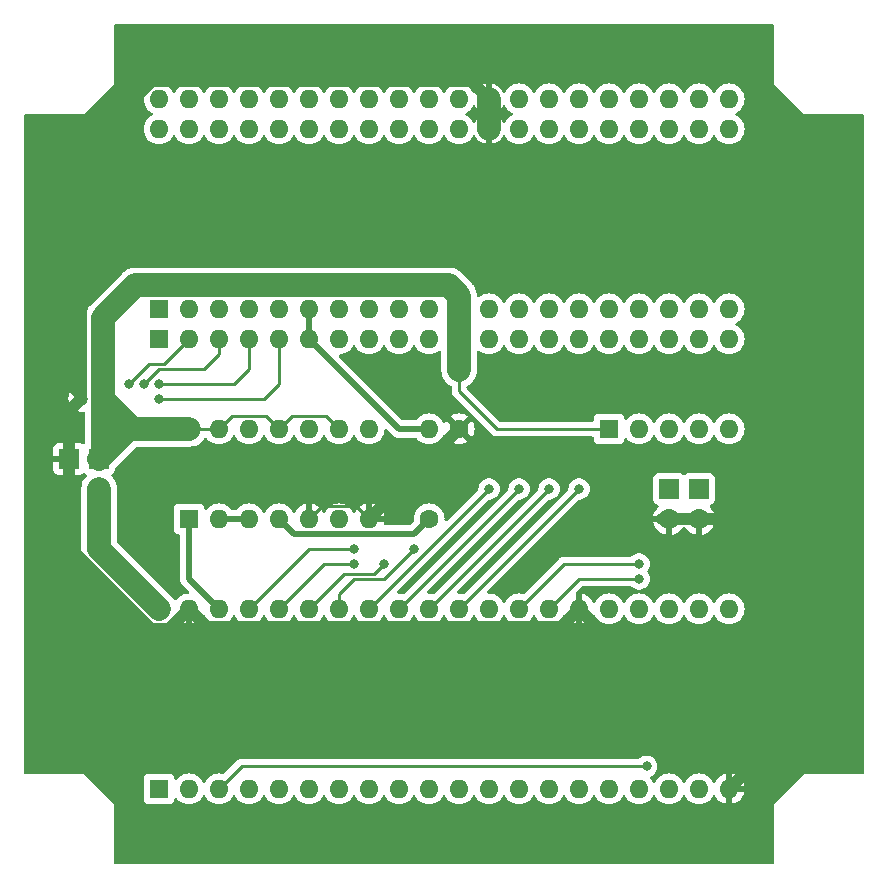
<source format=gbr>
%TF.GenerationSoftware,KiCad,Pcbnew,7.0.2*%
%TF.CreationDate,2023-06-26T15:47:55+09:00*%
%TF.ProjectId,TangNanoZ80MEM,54616e67-4e61-46e6-9f5a-38304d454d2e,rev?*%
%TF.SameCoordinates,Original*%
%TF.FileFunction,Copper,L1,Top*%
%TF.FilePolarity,Positive*%
%FSLAX46Y46*%
G04 Gerber Fmt 4.6, Leading zero omitted, Abs format (unit mm)*
G04 Created by KiCad (PCBNEW 7.0.2) date 2023-06-26 15:47:55*
%MOMM*%
%LPD*%
G01*
G04 APERTURE LIST*
%TA.AperFunction,ComponentPad*%
%ADD10R,1.600000X1.600000*%
%TD*%
%TA.AperFunction,ComponentPad*%
%ADD11O,1.600000X1.600000*%
%TD*%
%TA.AperFunction,ComponentPad*%
%ADD12R,1.700000X1.700000*%
%TD*%
%TA.AperFunction,ComponentPad*%
%ADD13O,1.700000X1.700000*%
%TD*%
%TA.AperFunction,ComponentPad*%
%ADD14R,1.200000X1.200000*%
%TD*%
%TA.AperFunction,ComponentPad*%
%ADD15C,1.200000*%
%TD*%
%TA.AperFunction,ComponentPad*%
%ADD16C,1.600000*%
%TD*%
%TA.AperFunction,ViaPad*%
%ADD17C,0.800000*%
%TD*%
%TA.AperFunction,Conductor*%
%ADD18C,0.250000*%
%TD*%
%TA.AperFunction,Conductor*%
%ADD19C,0.500000*%
%TD*%
%TA.AperFunction,Conductor*%
%ADD20C,1.000000*%
%TD*%
%TA.AperFunction,Conductor*%
%ADD21C,2.000000*%
%TD*%
G04 APERTURE END LIST*
D10*
%TO.P,J2,1,Pin_1*%
%TO.N,A11*%
X12700000Y-66040000D03*
D11*
%TO.P,J2,2,Pin_2*%
%TO.N,A12*%
X15240000Y-66040000D03*
%TO.P,J2,3,Pin_3*%
%TO.N,RESET_n*%
X17780000Y-66040000D03*
%TO.P,J2,4,Pin_4*%
%TO.N,A13*%
X20320000Y-66040000D03*
%TO.P,J2,5,Pin_5*%
%TO.N,A14*%
X22860000Y-66040000D03*
%TO.P,J2,6,Pin_6*%
%TO.N,A15*%
X25400000Y-66040000D03*
%TO.P,J2,7,Pin_7*%
%TO.N,A10*%
X27940000Y-66040000D03*
%TO.P,J2,8,Pin_8*%
%TO.N,A9*%
X30480000Y-66040000D03*
%TO.P,J2,9,Pin_9*%
%TO.N,A8*%
X33020000Y-66040000D03*
%TO.P,J2,10,Pin_10*%
%TO.N,A7*%
X35560000Y-66040000D03*
%TO.P,J2,11,Pin_11*%
%TO.N,A6*%
X38100000Y-66040000D03*
%TO.P,J2,12,Pin_12*%
%TO.N,A5*%
X40640000Y-66040000D03*
%TO.P,J2,13,Pin_13*%
%TO.N,A4*%
X43180000Y-66040000D03*
%TO.P,J2,14,Pin_14*%
%TO.N,A3*%
X45720000Y-66040000D03*
%TO.P,J2,15,Pin_15*%
%TO.N,A2*%
X48260000Y-66040000D03*
%TO.P,J2,16,Pin_16*%
%TO.N,A1*%
X50800000Y-66040000D03*
%TO.P,J2,17,Pin_17*%
%TO.N,A0*%
X53340000Y-66040000D03*
%TO.P,J2,18,Pin_18*%
%TO.N,INT_n*%
X55880000Y-66040000D03*
%TO.P,J2,19,Pin_19*%
%TO.N,unconnected-(J2-Pin_19-Pad19)*%
X58420000Y-66040000D03*
%TO.P,J2,20,Pin_20*%
%TO.N,GND*%
X60960000Y-66040000D03*
%TO.P,J2,21,Pin_21*%
%TO.N,RD_n*%
X60960000Y-50800000D03*
%TO.P,J2,22,Pin_22*%
%TO.N,WR_n*%
X58420000Y-50800000D03*
%TO.P,J2,23,Pin_23*%
%TO.N,IORQ_n*%
X55880000Y-50800000D03*
%TO.P,J2,24,Pin_24*%
%TO.N,MREQ_n*%
X53340000Y-50800000D03*
%TO.P,J2,25,Pin_25*%
%TO.N,unconnected-(J2-Pin_25-Pad25)*%
X50800000Y-50800000D03*
%TO.P,J2,26,Pin_26*%
%TO.N,GND*%
X48260000Y-50800000D03*
%TO.P,J2,27,Pin_27*%
%TO.N,LED_RGB*%
X45720000Y-50800000D03*
%TO.P,J2,28,Pin_28*%
%TO.N,DBG_TRG*%
X43180000Y-50800000D03*
%TO.P,J2,29,Pin_29*%
%TO.N,M1_n*%
X40640000Y-50800000D03*
%TO.P,J2,30,Pin_30*%
%TO.N,D1*%
X38100000Y-50800000D03*
%TO.P,J2,31,Pin_31*%
%TO.N,D0*%
X35560000Y-50800000D03*
%TO.P,J2,32,Pin_32*%
%TO.N,D7*%
X33020000Y-50800000D03*
%TO.P,J2,33,Pin_33*%
%TO.N,D2*%
X30480000Y-50800000D03*
%TO.P,J2,34,Pin_34*%
%TO.N,D6*%
X27940000Y-50800000D03*
%TO.P,J2,35,Pin_35*%
%TO.N,D5*%
X25400000Y-50800000D03*
%TO.P,J2,36,Pin_36*%
%TO.N,D3*%
X22860000Y-50800000D03*
%TO.P,J2,37,Pin_37*%
%TO.N,D4*%
X20320000Y-50800000D03*
%TO.P,J2,38,Pin_38*%
%TO.N,CLK_3V*%
X17780000Y-50800000D03*
%TO.P,J2,39,Pin_39*%
%TO.N,GND*%
X15240000Y-50800000D03*
%TO.P,J2,40,Pin_40*%
%TO.N,5V_USB*%
X12700000Y-50800000D03*
%TD*%
D12*
%TO.P,J5,1,Pin_1*%
%TO.N,DBG_TRG*%
X55880000Y-40640000D03*
D13*
%TO.P,J5,2,Pin_2*%
%TO.N,GND*%
X55880000Y-43180000D03*
%TD*%
D12*
%TO.P,J6,1,Pin_1*%
%TO.N,LED_RGB*%
X58420000Y-40640000D03*
D13*
%TO.P,J6,2,Pin_2*%
%TO.N,GND*%
X58420000Y-43180000D03*
%TD*%
D12*
%TO.P,J3,1,Pin_1*%
%TO.N,VCC*%
X7620000Y-38100000D03*
D13*
%TO.P,J3,2,Pin_2*%
%TO.N,5V_USB*%
X7620000Y-40640000D03*
%TD*%
D10*
%TO.P,RN1,1,common*%
%TO.N,VCC*%
X50800000Y-35560000D03*
D11*
%TO.P,RN1,2,R1*%
%TO.N,NMI_n*%
X53340000Y-35560000D03*
%TO.P,RN1,3,R2*%
%TO.N,BUSREQ_n*%
X55880000Y-35560000D03*
%TO.P,RN1,4,R3*%
%TO.N,WAIT_n*%
X58420000Y-35560000D03*
%TO.P,RN1,5,R4*%
%TO.N,unconnected-(RN1-R4-Pad5)*%
X60960000Y-35560000D03*
%TD*%
D10*
%TO.P,U2,1*%
%TO.N,CLK_3V*%
X15240000Y-43180000D03*
D11*
%TO.P,U2,2*%
%TO.N,Net-(U2-Pad2)*%
X17780000Y-43180000D03*
%TO.P,U2,3*%
X20320000Y-43180000D03*
%TO.P,U2,4*%
%TO.N,Net-(R1-Pad1)*%
X22860000Y-43180000D03*
%TO.P,U2,5*%
%TO.N,GND*%
X25400000Y-43180000D03*
%TO.P,U2,6*%
%TO.N,unconnected-(U2-Pad6)*%
X27940000Y-43180000D03*
%TO.P,U2,7,GND*%
%TO.N,GND*%
X30480000Y-43180000D03*
%TO.P,U2,8*%
%TO.N,unconnected-(U2-Pad8)*%
X30480000Y-35560000D03*
%TO.P,U2,9*%
%TO.N,VCC*%
X27940000Y-35560000D03*
%TO.P,U2,10*%
%TO.N,unconnected-(U2-Pad10)*%
X25400000Y-35560000D03*
%TO.P,U2,11*%
%TO.N,VCC*%
X22860000Y-35560000D03*
%TO.P,U2,12*%
%TO.N,unconnected-(U2-Pad12)*%
X20320000Y-35560000D03*
%TO.P,U2,13*%
%TO.N,VCC*%
X17780000Y-35560000D03*
%TO.P,U2,14,VCC*%
X15240000Y-35560000D03*
%TD*%
D14*
%TO.P,C2,1*%
%TO.N,VCC*%
X7620000Y-33020000D03*
D15*
%TO.P,C2,2*%
%TO.N,GND*%
X6120000Y-33020000D03*
%TD*%
D16*
%TO.P,R1,1*%
%TO.N,Net-(R1-Pad1)*%
X35560000Y-43180000D03*
D11*
%TO.P,R1,2*%
%TO.N,CLK*%
X35560000Y-35560000D03*
%TD*%
D10*
%TO.P,J1,1,Pin_1*%
%TO.N,A11*%
X12700000Y-27940000D03*
D11*
%TO.P,J1,2,Pin_2*%
%TO.N,A12*%
X15240000Y-27940000D03*
%TO.P,J1,3,Pin_3*%
%TO.N,A13*%
X17780000Y-27940000D03*
%TO.P,J1,4,Pin_4*%
%TO.N,A14*%
X20320000Y-27940000D03*
%TO.P,J1,5,Pin_5*%
%TO.N,A15*%
X22860000Y-27940000D03*
%TO.P,J1,6,Pin_6*%
%TO.N,CLK*%
X25400000Y-27940000D03*
%TO.P,J1,7,Pin_7*%
%TO.N,D4*%
X27940000Y-27940000D03*
%TO.P,J1,8,Pin_8*%
%TO.N,D3*%
X30480000Y-27940000D03*
%TO.P,J1,9,Pin_9*%
%TO.N,D5*%
X33020000Y-27940000D03*
%TO.P,J1,10,Pin_10*%
%TO.N,D6*%
X35560000Y-27940000D03*
%TO.P,J1,11,Pin_11*%
%TO.N,VCC*%
X38100000Y-27940000D03*
%TO.P,J1,12,Pin_12*%
%TO.N,D2*%
X40640000Y-27940000D03*
%TO.P,J1,13,Pin_13*%
%TO.N,D7*%
X43180000Y-27940000D03*
%TO.P,J1,14,Pin_14*%
%TO.N,D0*%
X45720000Y-27940000D03*
%TO.P,J1,15,Pin_15*%
%TO.N,D1*%
X48260000Y-27940000D03*
%TO.P,J1,16,Pin_16*%
%TO.N,INT_n*%
X50800000Y-27940000D03*
%TO.P,J1,17,Pin_17*%
%TO.N,NMI_n*%
X53340000Y-27940000D03*
%TO.P,J1,18,Pin_18*%
%TO.N,HALT_n*%
X55880000Y-27940000D03*
%TO.P,J1,19,Pin_19*%
%TO.N,MREQ_n*%
X58420000Y-27940000D03*
%TO.P,J1,20,Pin_20*%
%TO.N,IORQ_n*%
X60960000Y-27940000D03*
%TO.P,J1,21,Pin_21*%
%TO.N,RD_n*%
X60960000Y-7620000D03*
%TO.P,J1,22,Pin_22*%
%TO.N,WR_n*%
X58420000Y-7620000D03*
%TO.P,J1,23,Pin_23*%
%TO.N,BUSACK_n*%
X55880000Y-7620000D03*
%TO.P,J1,24,Pin_24*%
%TO.N,WAIT_n*%
X53340000Y-7620000D03*
%TO.P,J1,25,Pin_25*%
%TO.N,BUSREQ_n*%
X50800000Y-7620000D03*
%TO.P,J1,26,Pin_26*%
%TO.N,RESET_n*%
X48260000Y-7620000D03*
%TO.P,J1,27,Pin_27*%
%TO.N,M1_n*%
X45720000Y-7620000D03*
%TO.P,J1,28,Pin_28*%
%TO.N,RFSH_n*%
X43180000Y-7620000D03*
%TO.P,J1,29,Pin_29*%
%TO.N,GND*%
X40640000Y-7620000D03*
%TO.P,J1,30,Pin_30*%
%TO.N,A0*%
X38100000Y-7620000D03*
%TO.P,J1,31,Pin_31*%
%TO.N,A1*%
X35560000Y-7620000D03*
%TO.P,J1,32,Pin_32*%
%TO.N,A2*%
X33020000Y-7620000D03*
%TO.P,J1,33,Pin_33*%
%TO.N,A3*%
X30480000Y-7620000D03*
%TO.P,J1,34,Pin_34*%
%TO.N,A4*%
X27940000Y-7620000D03*
%TO.P,J1,35,Pin_35*%
%TO.N,A5*%
X25400000Y-7620000D03*
%TO.P,J1,36,Pin_36*%
%TO.N,A6*%
X22860000Y-7620000D03*
%TO.P,J1,37,Pin_37*%
%TO.N,A7*%
X20320000Y-7620000D03*
%TO.P,J1,38,Pin_38*%
%TO.N,A8*%
X17780000Y-7620000D03*
%TO.P,J1,39,Pin_39*%
%TO.N,A9*%
X15240000Y-7620000D03*
%TO.P,J1,40,Pin_40*%
%TO.N,A10*%
X12700000Y-7620000D03*
%TD*%
D12*
%TO.P,J4,1,Pin_1*%
%TO.N,GND*%
X5080000Y-38100000D03*
%TD*%
D16*
%TO.P,C1,1*%
%TO.N,VCC*%
X38100000Y-30560000D03*
%TO.P,C1,2*%
%TO.N,GND*%
X38100000Y-35560000D03*
%TD*%
D10*
%TO.P,U1,1,A11*%
%TO.N,A11*%
X12700000Y-25400000D03*
D11*
%TO.P,U1,2,A12*%
%TO.N,A12*%
X15240000Y-25400000D03*
%TO.P,U1,3,A13*%
%TO.N,A13*%
X17780000Y-25400000D03*
%TO.P,U1,4,A14*%
%TO.N,A14*%
X20320000Y-25400000D03*
%TO.P,U1,5,A15*%
%TO.N,A15*%
X22860000Y-25400000D03*
%TO.P,U1,6,~{CLK}*%
%TO.N,CLK*%
X25400000Y-25400000D03*
%TO.P,U1,7,D4*%
%TO.N,D4*%
X27940000Y-25400000D03*
%TO.P,U1,8,D3*%
%TO.N,D3*%
X30480000Y-25400000D03*
%TO.P,U1,9,D5*%
%TO.N,D5*%
X33020000Y-25400000D03*
%TO.P,U1,10,D6*%
%TO.N,D6*%
X35560000Y-25400000D03*
%TO.P,U1,11,VCC*%
%TO.N,VCC*%
X38100000Y-25400000D03*
%TO.P,U1,12,D2*%
%TO.N,D2*%
X40640000Y-25400000D03*
%TO.P,U1,13,D7*%
%TO.N,D7*%
X43180000Y-25400000D03*
%TO.P,U1,14,D0*%
%TO.N,D0*%
X45720000Y-25400000D03*
%TO.P,U1,15,D1*%
%TO.N,D1*%
X48260000Y-25400000D03*
%TO.P,U1,16,~{INT}*%
%TO.N,INT_n*%
X50800000Y-25400000D03*
%TO.P,U1,17,~{NMI}*%
%TO.N,NMI_n*%
X53340000Y-25400000D03*
%TO.P,U1,18,~{HALT}*%
%TO.N,HALT_n*%
X55880000Y-25400000D03*
%TO.P,U1,19,~{MREQ}*%
%TO.N,MREQ_n*%
X58420000Y-25400000D03*
%TO.P,U1,20,~{IORQ}*%
%TO.N,IORQ_n*%
X60960000Y-25400000D03*
%TO.P,U1,21,~{RD}*%
%TO.N,RD_n*%
X60960000Y-10160000D03*
%TO.P,U1,22,~{WR}*%
%TO.N,WR_n*%
X58420000Y-10160000D03*
%TO.P,U1,23,~{BUSACK}*%
%TO.N,BUSACK_n*%
X55880000Y-10160000D03*
%TO.P,U1,24,~{WAIT}*%
%TO.N,WAIT_n*%
X53340000Y-10160000D03*
%TO.P,U1,25,~{BUSRQ}*%
%TO.N,BUSREQ_n*%
X50800000Y-10160000D03*
%TO.P,U1,26,~{RESET}*%
%TO.N,RESET_n*%
X48260000Y-10160000D03*
%TO.P,U1,27,~{M1}*%
%TO.N,M1_n*%
X45720000Y-10160000D03*
%TO.P,U1,28,~{RFSH}*%
%TO.N,RFSH_n*%
X43180000Y-10160000D03*
%TO.P,U1,29,GND*%
%TO.N,GND*%
X40640000Y-10160000D03*
%TO.P,U1,30,A0*%
%TO.N,A0*%
X38100000Y-10160000D03*
%TO.P,U1,31,A1*%
%TO.N,A1*%
X35560000Y-10160000D03*
%TO.P,U1,32,A2*%
%TO.N,A2*%
X33020000Y-10160000D03*
%TO.P,U1,33,A3*%
%TO.N,A3*%
X30480000Y-10160000D03*
%TO.P,U1,34,A4*%
%TO.N,A4*%
X27940000Y-10160000D03*
%TO.P,U1,35,A5*%
%TO.N,A5*%
X25400000Y-10160000D03*
%TO.P,U1,36,A6*%
%TO.N,A6*%
X22860000Y-10160000D03*
%TO.P,U1,37,A7*%
%TO.N,A7*%
X20320000Y-10160000D03*
%TO.P,U1,38,A8*%
%TO.N,A8*%
X17780000Y-10160000D03*
%TO.P,U1,39,A9*%
%TO.N,A9*%
X15240000Y-10160000D03*
%TO.P,U1,40,A10*%
%TO.N,A10*%
X12700000Y-10160000D03*
%TD*%
D17*
%TO.N,DBG_TRG*%
X53340000Y-46990000D03*
%TO.N,LED_RGB*%
X53340000Y-48260000D03*
%TO.N,RESET_n*%
X53975000Y-64135000D03*
%TO.N,D3*%
X29210000Y-46990000D03*
%TO.N,D4*%
X29210000Y-45720000D03*
%TO.N,D1*%
X48260000Y-40640000D03*
%TO.N,D0*%
X45720000Y-40640000D03*
%TO.N,D7*%
X43180000Y-40640000D03*
%TO.N,D2*%
X40640000Y-40640000D03*
%TO.N,D6*%
X34290000Y-45720000D03*
%TO.N,D5*%
X31750000Y-46990000D03*
%TO.N,A12*%
X10160000Y-31750000D03*
%TO.N,A13*%
X11430000Y-31750000D03*
%TO.N,A14*%
X12700000Y-31750000D03*
%TO.N,A15*%
X12700000Y-33020000D03*
%TD*%
D18*
%TO.N,VCC*%
X38100000Y-32385000D02*
X38100000Y-30560000D01*
X41275000Y-35560000D02*
X38100000Y-32385000D01*
X50800000Y-35560000D02*
X41275000Y-35560000D01*
%TO.N,DBG_TRG*%
X46990000Y-46990000D02*
X53340000Y-46990000D01*
X43180000Y-50800000D02*
X46990000Y-46990000D01*
%TO.N,LED_RGB*%
X48260000Y-48260000D02*
X53340000Y-48260000D01*
X45720000Y-50800000D02*
X48260000Y-48260000D01*
%TO.N,RESET_n*%
X19685000Y-64135000D02*
X17780000Y-66040000D01*
X53975000Y-64135000D02*
X19685000Y-64135000D01*
%TO.N,D5*%
X25400000Y-50800000D02*
X28390000Y-47810000D01*
%TO.N,D3*%
X29210000Y-46990000D02*
X26670000Y-46990000D01*
X26670000Y-46990000D02*
X22860000Y-50800000D01*
%TO.N,D4*%
X29210000Y-45720000D02*
X25400000Y-45720000D01*
X25400000Y-45720000D02*
X20320000Y-50800000D01*
%TO.N,D1*%
X38100000Y-50800000D02*
X48260000Y-40640000D01*
%TO.N,D0*%
X35560000Y-50800000D02*
X45720000Y-40640000D01*
%TO.N,D7*%
X33020000Y-50800000D02*
X43180000Y-40640000D01*
%TO.N,D2*%
X30480000Y-50800000D02*
X40640000Y-40640000D01*
%TO.N,D6*%
X29210000Y-48260000D02*
X27940000Y-49530000D01*
X31750000Y-48260000D02*
X29210000Y-48260000D01*
X34290000Y-45720000D02*
X31750000Y-48260000D01*
X27940000Y-49530000D02*
X27940000Y-50800000D01*
%TO.N,D5*%
X30930000Y-47810000D02*
X31750000Y-46990000D01*
X28390000Y-47810000D02*
X30930000Y-47810000D01*
%TO.N,A15*%
X22860000Y-31750000D02*
X21590000Y-33020000D01*
X22860000Y-27940000D02*
X22860000Y-31750000D01*
X21590000Y-33020000D02*
X12700000Y-33020000D01*
%TO.N,A12*%
X11880000Y-30030000D02*
X10160000Y-31750000D01*
X13150000Y-30030000D02*
X11880000Y-30030000D01*
X15240000Y-27940000D02*
X13150000Y-30030000D01*
%TO.N,A13*%
X12700000Y-30480000D02*
X11430000Y-31750000D01*
X16510000Y-30480000D02*
X12700000Y-30480000D01*
X17780000Y-29210000D02*
X16510000Y-30480000D01*
X17780000Y-27940000D02*
X17780000Y-29210000D01*
%TO.N,A14*%
X19050000Y-31750000D02*
X12700000Y-31750000D01*
X20320000Y-30480000D02*
X19050000Y-31750000D01*
X20320000Y-27940000D02*
X20320000Y-30480000D01*
D19*
%TO.N,CLK_3V*%
X15240000Y-48260000D02*
X17780000Y-50800000D01*
X15240000Y-43180000D02*
X15240000Y-48260000D01*
%TO.N,CLK*%
X33020000Y-35560000D02*
X35560000Y-35560000D01*
X25400000Y-27940000D02*
X33020000Y-35560000D01*
D20*
%TO.N,GND*%
X5080000Y-45584164D02*
X11995836Y-52500000D01*
X63500000Y-53340000D02*
X63500000Y-53975000D01*
X60325000Y-43180000D02*
X55245000Y-43180000D01*
X46760000Y-52300000D02*
X16740000Y-52300000D01*
X39140000Y-6120000D02*
X40640000Y-7620000D01*
X12078679Y-6120000D02*
X39140000Y-6120000D01*
D21*
X40640000Y-10160000D02*
X40640000Y-7620000D01*
D20*
X13540000Y-52500000D02*
X15240000Y-50800000D01*
X63500000Y-46355000D02*
X60325000Y-43180000D01*
X63500000Y-53975000D02*
X63500000Y-46355000D01*
D18*
X29355000Y-42055000D02*
X30480000Y-43180000D01*
D20*
X5080000Y-34060000D02*
X6120000Y-33020000D01*
X48260000Y-50800000D02*
X46760000Y-52300000D01*
X6120000Y-12078679D02*
X12078679Y-6120000D01*
X63500000Y-53975000D02*
X63500000Y-63500000D01*
X50800000Y-53340000D02*
X63500000Y-53340000D01*
X48260000Y-50800000D02*
X50800000Y-53340000D01*
D18*
X25400000Y-43180000D02*
X26525000Y-42055000D01*
D20*
X11995836Y-52500000D02*
X13540000Y-52500000D01*
X16740000Y-52300000D02*
X15240000Y-50800000D01*
X63500000Y-63500000D02*
X60960000Y-66040000D01*
X5080000Y-38100000D02*
X5080000Y-34060000D01*
D18*
X26525000Y-42055000D02*
X29355000Y-42055000D01*
D20*
X5080000Y-38100000D02*
X5080000Y-45584164D01*
X6120000Y-33020000D02*
X6120000Y-12078679D01*
X30480000Y-43180000D02*
X38100000Y-35560000D01*
D19*
%TO.N,CLK*%
X25400000Y-27940000D02*
X25400000Y-25400000D01*
%TO.N,Net-(R1-Pad1)*%
X24110000Y-44430000D02*
X34310000Y-44430000D01*
X22860000Y-43180000D02*
X24110000Y-44430000D01*
X34310000Y-44430000D02*
X35560000Y-43180000D01*
D21*
%TO.N,VCC*%
X7920000Y-26180000D02*
X7920000Y-33020000D01*
D18*
X21735000Y-34435000D02*
X22860000Y-35560000D01*
D21*
X10700000Y-23400000D02*
X7920000Y-26180000D01*
X38100000Y-25400000D02*
X38100000Y-24268630D01*
X7920000Y-37800000D02*
X7920000Y-33020000D01*
X10460000Y-35560000D02*
X12700000Y-35560000D01*
D18*
X15240000Y-35560000D02*
X17780000Y-35560000D01*
D21*
X7920000Y-33020000D02*
X10460000Y-35560000D01*
D18*
X23985000Y-34435000D02*
X26815000Y-34435000D01*
D21*
X12700000Y-35560000D02*
X10160000Y-35560000D01*
X37231370Y-23400000D02*
X10700000Y-23400000D01*
D18*
X17780000Y-35560000D02*
X18905000Y-34435000D01*
D21*
X10160000Y-35560000D02*
X7620000Y-38100000D01*
X38100000Y-30560000D02*
X38100000Y-25400000D01*
X7620000Y-38100000D02*
X7920000Y-37800000D01*
D18*
X22860000Y-35560000D02*
X23985000Y-34435000D01*
D21*
X12700000Y-35560000D02*
X15240000Y-35560000D01*
D18*
X18905000Y-34435000D02*
X21735000Y-34435000D01*
D21*
X38100000Y-24268630D02*
X37231370Y-23400000D01*
D18*
X26815000Y-34435000D02*
X27940000Y-35560000D01*
D21*
%TO.N,5V_USB*%
X7620000Y-45720000D02*
X7620000Y-40640000D01*
X12700000Y-50800000D02*
X7620000Y-45720000D01*
D19*
%TO.N,Net-(U2-Pad2)*%
X17780000Y-43180000D02*
X20320000Y-43180000D01*
%TD*%
%TA.AperFunction,Conductor*%
%TO.N,GND*%
G36*
X57960507Y-42970156D02*
G01*
X57920000Y-43108111D01*
X57920000Y-43251889D01*
X57960507Y-43389844D01*
X57986314Y-43430000D01*
X56313686Y-43430000D01*
X56339493Y-43389844D01*
X56380000Y-43251889D01*
X56380000Y-43108111D01*
X56339493Y-42970156D01*
X56313686Y-42930000D01*
X57986314Y-42930000D01*
X57960507Y-42970156D01*
G37*
%TD.AperFunction*%
%TA.AperFunction,Conductor*%
G36*
X40401955Y-7947641D02*
G01*
X40514852Y-8005165D01*
X40608519Y-8020000D01*
X40671481Y-8020000D01*
X40765148Y-8005165D01*
X40878045Y-7947641D01*
X40890000Y-7935686D01*
X40890000Y-9844313D01*
X40878045Y-9832359D01*
X40765148Y-9774835D01*
X40671481Y-9760000D01*
X40608519Y-9760000D01*
X40514852Y-9774835D01*
X40401955Y-9832359D01*
X40390000Y-9844314D01*
X40390000Y-7935685D01*
X40401955Y-7947641D01*
G37*
%TD.AperFunction*%
%TA.AperFunction,Conductor*%
G36*
X39438139Y-8162758D02*
G01*
X39482657Y-8214133D01*
X39509866Y-8272482D01*
X39640341Y-8458819D01*
X39801180Y-8619658D01*
X39987520Y-8750135D01*
X40046455Y-8777617D01*
X40098895Y-8823789D01*
X40118047Y-8890982D01*
X40097832Y-8957863D01*
X40046458Y-9002380D01*
X39987520Y-9029864D01*
X39801180Y-9160341D01*
X39640341Y-9321180D01*
X39509863Y-9507522D01*
X39482656Y-9565866D01*
X39436483Y-9618305D01*
X39369290Y-9637456D01*
X39302409Y-9617239D01*
X39257893Y-9565865D01*
X39257618Y-9565276D01*
X39230568Y-9507266D01*
X39100271Y-9321180D01*
X39100046Y-9320859D01*
X38939140Y-9159953D01*
X38752736Y-9029433D01*
X38694723Y-9002381D01*
X38642284Y-8956208D01*
X38623133Y-8889014D01*
X38643349Y-8822133D01*
X38694721Y-8777619D01*
X38752734Y-8750568D01*
X38939139Y-8620047D01*
X39100047Y-8459139D01*
X39230568Y-8272734D01*
X39257893Y-8214134D01*
X39304065Y-8161695D01*
X39371258Y-8142543D01*
X39438139Y-8162758D01*
G37*
%TD.AperFunction*%
%TA.AperFunction,Conductor*%
G36*
X41977589Y-8162758D02*
G01*
X42022105Y-8214132D01*
X42049432Y-8272733D01*
X42049433Y-8272736D01*
X42179953Y-8459140D01*
X42340859Y-8620046D01*
X42527263Y-8750566D01*
X42527266Y-8750568D01*
X42585275Y-8777618D01*
X42637714Y-8823791D01*
X42656865Y-8890985D01*
X42636649Y-8957866D01*
X42585275Y-9002382D01*
X42527263Y-9029433D01*
X42340859Y-9159953D01*
X42179953Y-9320859D01*
X42049430Y-9507267D01*
X42022105Y-9565866D01*
X41975932Y-9618305D01*
X41908739Y-9637456D01*
X41841858Y-9617239D01*
X41797342Y-9565865D01*
X41770134Y-9507519D01*
X41639658Y-9321180D01*
X41478819Y-9160341D01*
X41292479Y-9029864D01*
X41233543Y-9002382D01*
X41181103Y-8956210D01*
X41161951Y-8889017D01*
X41182166Y-8822136D01*
X41233543Y-8777618D01*
X41292479Y-8750135D01*
X41478819Y-8619658D01*
X41639658Y-8458819D01*
X41770135Y-8272479D01*
X41797342Y-8214135D01*
X41843514Y-8161695D01*
X41910707Y-8142543D01*
X41977589Y-8162758D01*
G37*
%TD.AperFunction*%
%TA.AperFunction,Conductor*%
G36*
X64713039Y-1289685D02*
G01*
X64758794Y-1342489D01*
X64770000Y-1394000D01*
X64769999Y-6349999D01*
X64770000Y-6350000D01*
X67310000Y-8890000D01*
X72266000Y-8890000D01*
X72333039Y-8909685D01*
X72378794Y-8962489D01*
X72390000Y-9014000D01*
X72390000Y-64646000D01*
X72370315Y-64713039D01*
X72317511Y-64758794D01*
X72266000Y-64770000D01*
X67309999Y-64770000D01*
X64769999Y-67310000D01*
X64770000Y-72266000D01*
X64750315Y-72333039D01*
X64697511Y-72378794D01*
X64646000Y-72390000D01*
X9014000Y-72390000D01*
X8946961Y-72370315D01*
X8901206Y-72317511D01*
X8890000Y-72266000D01*
X8890000Y-67310000D01*
X8464578Y-66884578D01*
X11399500Y-66884578D01*
X11399501Y-66887872D01*
X11399853Y-66891152D01*
X11399854Y-66891159D01*
X11405909Y-66947483D01*
X11456204Y-67082331D01*
X11542454Y-67197546D01*
X11657669Y-67283796D01*
X11792517Y-67334091D01*
X11852127Y-67340500D01*
X13547872Y-67340499D01*
X13607483Y-67334091D01*
X13742331Y-67283796D01*
X13857546Y-67197546D01*
X13943796Y-67082331D01*
X13994091Y-66947483D01*
X13997862Y-66912404D01*
X14024598Y-66847856D01*
X14081989Y-66808006D01*
X14151814Y-66805511D01*
X14211904Y-66841162D01*
X14222726Y-66854537D01*
X14239953Y-66879140D01*
X14400859Y-67040046D01*
X14587264Y-67170567D01*
X14587265Y-67170567D01*
X14587266Y-67170568D01*
X14793504Y-67266739D01*
X15013308Y-67325635D01*
X15240000Y-67345468D01*
X15466692Y-67325635D01*
X15686496Y-67266739D01*
X15892734Y-67170568D01*
X16079139Y-67040047D01*
X16240047Y-66879139D01*
X16370568Y-66692734D01*
X16397618Y-66634724D01*
X16443790Y-66582285D01*
X16510983Y-66563133D01*
X16577865Y-66583348D01*
X16622382Y-66634725D01*
X16649431Y-66692733D01*
X16779953Y-66879140D01*
X16940859Y-67040046D01*
X17127264Y-67170567D01*
X17127265Y-67170567D01*
X17127266Y-67170568D01*
X17333504Y-67266739D01*
X17553308Y-67325635D01*
X17780000Y-67345468D01*
X18006692Y-67325635D01*
X18226496Y-67266739D01*
X18432734Y-67170568D01*
X18619139Y-67040047D01*
X18780047Y-66879139D01*
X18910568Y-66692734D01*
X18937619Y-66634721D01*
X18983788Y-66582286D01*
X19050981Y-66563133D01*
X19117862Y-66583348D01*
X19162380Y-66634722D01*
X19189432Y-66692733D01*
X19189433Y-66692736D01*
X19319953Y-66879140D01*
X19480859Y-67040046D01*
X19667264Y-67170567D01*
X19667265Y-67170567D01*
X19667266Y-67170568D01*
X19873504Y-67266739D01*
X20093308Y-67325635D01*
X20320000Y-67345468D01*
X20546692Y-67325635D01*
X20766496Y-67266739D01*
X20972734Y-67170568D01*
X21159139Y-67040047D01*
X21320047Y-66879139D01*
X21450568Y-66692734D01*
X21477618Y-66634724D01*
X21523790Y-66582285D01*
X21590983Y-66563133D01*
X21657865Y-66583348D01*
X21702382Y-66634725D01*
X21729431Y-66692733D01*
X21859953Y-66879140D01*
X22020859Y-67040046D01*
X22207264Y-67170567D01*
X22207265Y-67170567D01*
X22207266Y-67170568D01*
X22413504Y-67266739D01*
X22633308Y-67325635D01*
X22784436Y-67338856D01*
X22859999Y-67345468D01*
X22859999Y-67345467D01*
X22860000Y-67345468D01*
X23086692Y-67325635D01*
X23306496Y-67266739D01*
X23512734Y-67170568D01*
X23699139Y-67040047D01*
X23860047Y-66879139D01*
X23990568Y-66692734D01*
X24017618Y-66634724D01*
X24063790Y-66582285D01*
X24130983Y-66563133D01*
X24197865Y-66583348D01*
X24242382Y-66634725D01*
X24269431Y-66692733D01*
X24399953Y-66879140D01*
X24560859Y-67040046D01*
X24747264Y-67170567D01*
X24747265Y-67170567D01*
X24747266Y-67170568D01*
X24953504Y-67266739D01*
X25173308Y-67325635D01*
X25400000Y-67345468D01*
X25626692Y-67325635D01*
X25846496Y-67266739D01*
X26052734Y-67170568D01*
X26239139Y-67040047D01*
X26400047Y-66879139D01*
X26530568Y-66692734D01*
X26557618Y-66634724D01*
X26603790Y-66582285D01*
X26670983Y-66563133D01*
X26737865Y-66583348D01*
X26782382Y-66634725D01*
X26809431Y-66692733D01*
X26939953Y-66879140D01*
X27100859Y-67040046D01*
X27287264Y-67170567D01*
X27287265Y-67170567D01*
X27287266Y-67170568D01*
X27493504Y-67266739D01*
X27713308Y-67325635D01*
X27940000Y-67345468D01*
X28166692Y-67325635D01*
X28386496Y-67266739D01*
X28592734Y-67170568D01*
X28779139Y-67040047D01*
X28940047Y-66879139D01*
X29070568Y-66692734D01*
X29097618Y-66634724D01*
X29143790Y-66582285D01*
X29210983Y-66563133D01*
X29277865Y-66583348D01*
X29322382Y-66634725D01*
X29349431Y-66692733D01*
X29479953Y-66879140D01*
X29640859Y-67040046D01*
X29827264Y-67170567D01*
X29827265Y-67170567D01*
X29827266Y-67170568D01*
X30033504Y-67266739D01*
X30253308Y-67325635D01*
X30480000Y-67345468D01*
X30706692Y-67325635D01*
X30926496Y-67266739D01*
X31132734Y-67170568D01*
X31319139Y-67040047D01*
X31480047Y-66879139D01*
X31610568Y-66692734D01*
X31637619Y-66634721D01*
X31683788Y-66582286D01*
X31750981Y-66563133D01*
X31817862Y-66583348D01*
X31862380Y-66634722D01*
X31889432Y-66692733D01*
X31889433Y-66692736D01*
X32019953Y-66879140D01*
X32180859Y-67040046D01*
X32367264Y-67170567D01*
X32367265Y-67170567D01*
X32367266Y-67170568D01*
X32573504Y-67266739D01*
X32793308Y-67325635D01*
X32944436Y-67338856D01*
X33019999Y-67345468D01*
X33019999Y-67345467D01*
X33020000Y-67345468D01*
X33246692Y-67325635D01*
X33466496Y-67266739D01*
X33672734Y-67170568D01*
X33859139Y-67040047D01*
X34020047Y-66879139D01*
X34150568Y-66692734D01*
X34177618Y-66634724D01*
X34223790Y-66582285D01*
X34290983Y-66563133D01*
X34357865Y-66583348D01*
X34402382Y-66634725D01*
X34429431Y-66692733D01*
X34559953Y-66879140D01*
X34720859Y-67040046D01*
X34907264Y-67170567D01*
X34907265Y-67170567D01*
X34907266Y-67170568D01*
X35113504Y-67266739D01*
X35333308Y-67325635D01*
X35560000Y-67345468D01*
X35786692Y-67325635D01*
X36006496Y-67266739D01*
X36212734Y-67170568D01*
X36399139Y-67040047D01*
X36560047Y-66879139D01*
X36690568Y-66692734D01*
X36717618Y-66634724D01*
X36763790Y-66582285D01*
X36830983Y-66563133D01*
X36897865Y-66583348D01*
X36942382Y-66634725D01*
X36969431Y-66692733D01*
X37099953Y-66879140D01*
X37260859Y-67040046D01*
X37447264Y-67170567D01*
X37447265Y-67170567D01*
X37447266Y-67170568D01*
X37653504Y-67266739D01*
X37873308Y-67325635D01*
X38100000Y-67345468D01*
X38326692Y-67325635D01*
X38546496Y-67266739D01*
X38752734Y-67170568D01*
X38939139Y-67040047D01*
X39100047Y-66879139D01*
X39230568Y-66692734D01*
X39257618Y-66634724D01*
X39303790Y-66582285D01*
X39370983Y-66563133D01*
X39437865Y-66583348D01*
X39482382Y-66634725D01*
X39509431Y-66692733D01*
X39639953Y-66879140D01*
X39800859Y-67040046D01*
X39987264Y-67170567D01*
X39987265Y-67170567D01*
X39987266Y-67170568D01*
X40193504Y-67266739D01*
X40413308Y-67325635D01*
X40640000Y-67345468D01*
X40866692Y-67325635D01*
X41086496Y-67266739D01*
X41292734Y-67170568D01*
X41479139Y-67040047D01*
X41640047Y-66879139D01*
X41770568Y-66692734D01*
X41797618Y-66634724D01*
X41843790Y-66582285D01*
X41910983Y-66563133D01*
X41977865Y-66583348D01*
X42022382Y-66634725D01*
X42049431Y-66692733D01*
X42179953Y-66879140D01*
X42340859Y-67040046D01*
X42527264Y-67170567D01*
X42527265Y-67170567D01*
X42527266Y-67170568D01*
X42733504Y-67266739D01*
X42953308Y-67325635D01*
X43104436Y-67338856D01*
X43179999Y-67345468D01*
X43179999Y-67345467D01*
X43180000Y-67345468D01*
X43406692Y-67325635D01*
X43626496Y-67266739D01*
X43832734Y-67170568D01*
X44019139Y-67040047D01*
X44180047Y-66879139D01*
X44310568Y-66692734D01*
X44337618Y-66634724D01*
X44383790Y-66582285D01*
X44450983Y-66563133D01*
X44517865Y-66583348D01*
X44562382Y-66634725D01*
X44589431Y-66692733D01*
X44719953Y-66879140D01*
X44880859Y-67040046D01*
X45067264Y-67170567D01*
X45067265Y-67170567D01*
X45067266Y-67170568D01*
X45273504Y-67266739D01*
X45493308Y-67325635D01*
X45720000Y-67345468D01*
X45946692Y-67325635D01*
X46166496Y-67266739D01*
X46372734Y-67170568D01*
X46559139Y-67040047D01*
X46720047Y-66879139D01*
X46850568Y-66692734D01*
X46877618Y-66634724D01*
X46923790Y-66582285D01*
X46990983Y-66563133D01*
X47057865Y-66583348D01*
X47102382Y-66634725D01*
X47129431Y-66692733D01*
X47259953Y-66879140D01*
X47420859Y-67040046D01*
X47607264Y-67170567D01*
X47607265Y-67170567D01*
X47607266Y-67170568D01*
X47813504Y-67266739D01*
X48033308Y-67325635D01*
X48260000Y-67345468D01*
X48486692Y-67325635D01*
X48706496Y-67266739D01*
X48912734Y-67170568D01*
X49099139Y-67040047D01*
X49260047Y-66879139D01*
X49390568Y-66692734D01*
X49417618Y-66634724D01*
X49463790Y-66582285D01*
X49530983Y-66563133D01*
X49597865Y-66583348D01*
X49642382Y-66634725D01*
X49669431Y-66692733D01*
X49799953Y-66879140D01*
X49960859Y-67040046D01*
X50147264Y-67170567D01*
X50147265Y-67170567D01*
X50147266Y-67170568D01*
X50353504Y-67266739D01*
X50573308Y-67325635D01*
X50800000Y-67345468D01*
X51026692Y-67325635D01*
X51246496Y-67266739D01*
X51452734Y-67170568D01*
X51639139Y-67040047D01*
X51800047Y-66879139D01*
X51930568Y-66692734D01*
X51957618Y-66634724D01*
X52003790Y-66582285D01*
X52070983Y-66563133D01*
X52137865Y-66583348D01*
X52182382Y-66634725D01*
X52209431Y-66692733D01*
X52339953Y-66879140D01*
X52500859Y-67040046D01*
X52687264Y-67170567D01*
X52687265Y-67170567D01*
X52687266Y-67170568D01*
X52893504Y-67266739D01*
X53113308Y-67325635D01*
X53264436Y-67338856D01*
X53339999Y-67345468D01*
X53339999Y-67345467D01*
X53340000Y-67345468D01*
X53566692Y-67325635D01*
X53786496Y-67266739D01*
X53992734Y-67170568D01*
X54179139Y-67040047D01*
X54340047Y-66879139D01*
X54470568Y-66692734D01*
X54497618Y-66634724D01*
X54543790Y-66582285D01*
X54610983Y-66563133D01*
X54677865Y-66583348D01*
X54722382Y-66634725D01*
X54749431Y-66692733D01*
X54879953Y-66879140D01*
X55040859Y-67040046D01*
X55227264Y-67170567D01*
X55227265Y-67170567D01*
X55227266Y-67170568D01*
X55433504Y-67266739D01*
X55653308Y-67325635D01*
X55880000Y-67345468D01*
X56106692Y-67325635D01*
X56326496Y-67266739D01*
X56532734Y-67170568D01*
X56719139Y-67040047D01*
X56880047Y-66879139D01*
X57010568Y-66692734D01*
X57037618Y-66634724D01*
X57083790Y-66582285D01*
X57150983Y-66563133D01*
X57217865Y-66583348D01*
X57262382Y-66634725D01*
X57289431Y-66692733D01*
X57419953Y-66879140D01*
X57580859Y-67040046D01*
X57767264Y-67170567D01*
X57767265Y-67170567D01*
X57767266Y-67170568D01*
X57973504Y-67266739D01*
X58193308Y-67325635D01*
X58420000Y-67345468D01*
X58646692Y-67325635D01*
X58866496Y-67266739D01*
X59072734Y-67170568D01*
X59259139Y-67040047D01*
X59420047Y-66879139D01*
X59550568Y-66692734D01*
X59577893Y-66634134D01*
X59624065Y-66581695D01*
X59691258Y-66562543D01*
X59758139Y-66582758D01*
X59802657Y-66634133D01*
X59829866Y-66692482D01*
X59960341Y-66878819D01*
X60121180Y-67039658D01*
X60307519Y-67170134D01*
X60513673Y-67266266D01*
X60709998Y-67318871D01*
X60709999Y-67318871D01*
X60709999Y-66355685D01*
X60721955Y-66367641D01*
X60834852Y-66425165D01*
X60928519Y-66440000D01*
X60991481Y-66440000D01*
X61085148Y-66425165D01*
X61198045Y-66367641D01*
X61210000Y-66355685D01*
X61210000Y-67318871D01*
X61406326Y-67266266D01*
X61612480Y-67170134D01*
X61798819Y-67039658D01*
X61959658Y-66878819D01*
X62090134Y-66692480D01*
X62186266Y-66486326D01*
X62238872Y-66290000D01*
X61275686Y-66290000D01*
X61287641Y-66278045D01*
X61345165Y-66165148D01*
X61364986Y-66040000D01*
X61345165Y-65914852D01*
X61287641Y-65801955D01*
X61275686Y-65790000D01*
X62238872Y-65790000D01*
X62238871Y-65789999D01*
X62186266Y-65593673D01*
X62090134Y-65387519D01*
X61959658Y-65201180D01*
X61798819Y-65040341D01*
X61612480Y-64909865D01*
X61406326Y-64813733D01*
X61210000Y-64761126D01*
X61209999Y-65724314D01*
X61198045Y-65712359D01*
X61085148Y-65654835D01*
X60991481Y-65640000D01*
X60928519Y-65640000D01*
X60834852Y-65654835D01*
X60721955Y-65712359D01*
X60709999Y-65724314D01*
X60709999Y-64761127D01*
X60513673Y-64813733D01*
X60307519Y-64909865D01*
X60121180Y-65040341D01*
X59960341Y-65201180D01*
X59829863Y-65387522D01*
X59802656Y-65445866D01*
X59756483Y-65498305D01*
X59689290Y-65517456D01*
X59622409Y-65497239D01*
X59577893Y-65445865D01*
X59577618Y-65445276D01*
X59550568Y-65387266D01*
X59472856Y-65276280D01*
X59420046Y-65200859D01*
X59259140Y-65039953D01*
X59072735Y-64909432D01*
X58866497Y-64813261D01*
X58646689Y-64754364D01*
X58420000Y-64734531D01*
X58193310Y-64754364D01*
X57973502Y-64813261D01*
X57767264Y-64909432D01*
X57580859Y-65039953D01*
X57419953Y-65200859D01*
X57289433Y-65387263D01*
X57262382Y-65445275D01*
X57216209Y-65497714D01*
X57149015Y-65516865D01*
X57082134Y-65496649D01*
X57037618Y-65445275D01*
X57010687Y-65387522D01*
X57010568Y-65387266D01*
X57010566Y-65387263D01*
X56880046Y-65200859D01*
X56719140Y-65039953D01*
X56532735Y-64909432D01*
X56326497Y-64813261D01*
X56106689Y-64754364D01*
X55880000Y-64734531D01*
X55653310Y-64754364D01*
X55433502Y-64813261D01*
X55227264Y-64909432D01*
X55040859Y-65039953D01*
X54879953Y-65200859D01*
X54749433Y-65387263D01*
X54722382Y-65445275D01*
X54676209Y-65497714D01*
X54609015Y-65516865D01*
X54542134Y-65496649D01*
X54497618Y-65445275D01*
X54470687Y-65387522D01*
X54470568Y-65387266D01*
X54470566Y-65387263D01*
X54340046Y-65200859D01*
X54299713Y-65160526D01*
X54266228Y-65099203D01*
X54271212Y-65029511D01*
X54313084Y-64973578D01*
X54336956Y-64959566D01*
X54427730Y-64919151D01*
X54427730Y-64919150D01*
X54427732Y-64919150D01*
X54580870Y-64807889D01*
X54612573Y-64772680D01*
X54707533Y-64667216D01*
X54802179Y-64503284D01*
X54860674Y-64323256D01*
X54880460Y-64135000D01*
X54860674Y-63946744D01*
X54802179Y-63766716D01*
X54802179Y-63766715D01*
X54707533Y-63602783D01*
X54580870Y-63462110D01*
X54427730Y-63350848D01*
X54254802Y-63273855D01*
X54069648Y-63234500D01*
X54069646Y-63234500D01*
X53880354Y-63234500D01*
X53880352Y-63234500D01*
X53695197Y-63273855D01*
X53522272Y-63350847D01*
X53420175Y-63425024D01*
X53369129Y-63462112D01*
X53363401Y-63468472D01*
X53303916Y-63505121D01*
X53271253Y-63509500D01*
X19767744Y-63509500D01*
X19747237Y-63507235D01*
X19677127Y-63509439D01*
X19673232Y-63509500D01*
X19645650Y-63509500D01*
X19641805Y-63509985D01*
X19641780Y-63509987D01*
X19641653Y-63510004D01*
X19630033Y-63510918D01*
X19586369Y-63512290D01*
X19567129Y-63517880D01*
X19548081Y-63521825D01*
X19528209Y-63524335D01*
X19487599Y-63540413D01*
X19476554Y-63544194D01*
X19434610Y-63556381D01*
X19417365Y-63566579D01*
X19399904Y-63575133D01*
X19381267Y-63582512D01*
X19345931Y-63608185D01*
X19336174Y-63614595D01*
X19298580Y-63636829D01*
X19284413Y-63650996D01*
X19269624Y-63663626D01*
X19253413Y-63675404D01*
X19225572Y-63709058D01*
X19217711Y-63717697D01*
X18194821Y-64740586D01*
X18133498Y-64774071D01*
X18075047Y-64772680D01*
X18006690Y-64754364D01*
X17779999Y-64734531D01*
X17553310Y-64754364D01*
X17333502Y-64813261D01*
X17127264Y-64909432D01*
X16940859Y-65039953D01*
X16779953Y-65200859D01*
X16649431Y-65387266D01*
X16622380Y-65445276D01*
X16576207Y-65497714D01*
X16509013Y-65516865D01*
X16442132Y-65496648D01*
X16397617Y-65445273D01*
X16370568Y-65387266D01*
X16240046Y-65200859D01*
X16079140Y-65039953D01*
X15892735Y-64909432D01*
X15686497Y-64813261D01*
X15466689Y-64754364D01*
X15240000Y-64734531D01*
X15013310Y-64754364D01*
X14793502Y-64813261D01*
X14587264Y-64909432D01*
X14400859Y-65039953D01*
X14239951Y-65200861D01*
X14222725Y-65225463D01*
X14168148Y-65269088D01*
X14098649Y-65276280D01*
X14036295Y-65244757D01*
X14000882Y-65184527D01*
X13997861Y-65167592D01*
X13994091Y-65132517D01*
X13943796Y-64997669D01*
X13857546Y-64882454D01*
X13742331Y-64796204D01*
X13607483Y-64745909D01*
X13547873Y-64739500D01*
X13544550Y-64739500D01*
X11855439Y-64739500D01*
X11855420Y-64739500D01*
X11852128Y-64739501D01*
X11848848Y-64739853D01*
X11848840Y-64739854D01*
X11792515Y-64745909D01*
X11657669Y-64796204D01*
X11542454Y-64882454D01*
X11456204Y-64997668D01*
X11405909Y-65132516D01*
X11402898Y-65160526D01*
X11399500Y-65192127D01*
X11399500Y-65195448D01*
X11399500Y-65195449D01*
X11399500Y-66884560D01*
X11399500Y-66884578D01*
X8464578Y-66884578D01*
X6350000Y-64770000D01*
X1394000Y-64770000D01*
X1326961Y-64750315D01*
X1281206Y-64697511D01*
X1270000Y-64646000D01*
X1270000Y-38994518D01*
X3730000Y-38994518D01*
X3730354Y-39001132D01*
X3736400Y-39057371D01*
X3786647Y-39192089D01*
X3872811Y-39307188D01*
X3987910Y-39393352D01*
X4122628Y-39443599D01*
X4178867Y-39449645D01*
X4185482Y-39450000D01*
X4830000Y-39450000D01*
X4830000Y-38535501D01*
X4937685Y-38584680D01*
X5044237Y-38600000D01*
X5115763Y-38600000D01*
X5222315Y-38584680D01*
X5330000Y-38535501D01*
X5330000Y-39450000D01*
X5974518Y-39450000D01*
X5981132Y-39449645D01*
X6037371Y-39443599D01*
X6172089Y-39393352D01*
X6275270Y-39316110D01*
X6340734Y-39291692D01*
X6409008Y-39306543D01*
X6423890Y-39316107D01*
X6527669Y-39393796D01*
X6527670Y-39393796D01*
X6536219Y-39400196D01*
X6578090Y-39456130D01*
X6583074Y-39525822D01*
X6553138Y-39583445D01*
X6461938Y-39682516D01*
X6431837Y-39715214D01*
X6295825Y-39923395D01*
X6195938Y-40151117D01*
X6134892Y-40392177D01*
X6134891Y-40392179D01*
X6134892Y-40392179D01*
X6119500Y-40577933D01*
X6119500Y-40580502D01*
X6119500Y-40580503D01*
X6119500Y-45619135D01*
X6118548Y-45634473D01*
X6115642Y-45657781D01*
X6119393Y-45748473D01*
X6119499Y-45753592D01*
X6119499Y-45779512D01*
X6119499Y-45779534D01*
X6119500Y-45782067D01*
X6119709Y-45784593D01*
X6119710Y-45784610D01*
X6121851Y-45810448D01*
X6122168Y-45815559D01*
X6125919Y-45906237D01*
X6126343Y-45908257D01*
X6130738Y-45929220D01*
X6132952Y-45944421D01*
X6134891Y-45967819D01*
X6157171Y-46055803D01*
X6158325Y-46060793D01*
X6176950Y-46149614D01*
X6185484Y-46171485D01*
X6190171Y-46186114D01*
X6195936Y-46208880D01*
X6232393Y-46291993D01*
X6234354Y-46296728D01*
X6267344Y-46381275D01*
X6279364Y-46401448D01*
X6286395Y-46415107D01*
X6295824Y-46436603D01*
X6296720Y-46437974D01*
X6345481Y-46512609D01*
X6348153Y-46516890D01*
X6394634Y-46594894D01*
X6409808Y-46612811D01*
X6418991Y-46625125D01*
X6431837Y-46644788D01*
X6493293Y-46711546D01*
X6496687Y-46715388D01*
X6515098Y-46737126D01*
X6516911Y-46738939D01*
X6535227Y-46757255D01*
X6538776Y-46760953D01*
X6600258Y-46827740D01*
X6618787Y-46842162D01*
X6630307Y-46852335D01*
X11682874Y-51904902D01*
X11825106Y-52025366D01*
X12038727Y-52152656D01*
X12270386Y-52243049D01*
X12513763Y-52294081D01*
X12743935Y-52303600D01*
X12762219Y-52304357D01*
X12762219Y-52304356D01*
X12762221Y-52304357D01*
X13008981Y-52273599D01*
X13247313Y-52202644D01*
X13470716Y-52093429D01*
X13673096Y-51948932D01*
X13848932Y-51773096D01*
X13992108Y-51572565D01*
X14047083Y-51529444D01*
X14116644Y-51522889D01*
X14178707Y-51554983D01*
X14194599Y-51573495D01*
X14240337Y-51638815D01*
X14401180Y-51799658D01*
X14587519Y-51930134D01*
X14793673Y-52026266D01*
X14989999Y-52078871D01*
X14990000Y-52078871D01*
X14990000Y-51115686D01*
X15001955Y-51127641D01*
X15114852Y-51185165D01*
X15208519Y-51200000D01*
X15271481Y-51200000D01*
X15365148Y-51185165D01*
X15478045Y-51127641D01*
X15490000Y-51115686D01*
X15490000Y-52078871D01*
X15686326Y-52026266D01*
X15892480Y-51930134D01*
X16078819Y-51799658D01*
X16239658Y-51638819D01*
X16370135Y-51452479D01*
X16397342Y-51394135D01*
X16443514Y-51341695D01*
X16510707Y-51322543D01*
X16577589Y-51342758D01*
X16622105Y-51394132D01*
X16649432Y-51452733D01*
X16649433Y-51452736D01*
X16779953Y-51639140D01*
X16940859Y-51800046D01*
X17127264Y-51930567D01*
X17127265Y-51930567D01*
X17127266Y-51930568D01*
X17333504Y-52026739D01*
X17553308Y-52085635D01*
X17780000Y-52105468D01*
X18006692Y-52085635D01*
X18226496Y-52026739D01*
X18432734Y-51930568D01*
X18619139Y-51800047D01*
X18780047Y-51639139D01*
X18910568Y-51452734D01*
X18937619Y-51394721D01*
X18983788Y-51342286D01*
X19050981Y-51323133D01*
X19117862Y-51343348D01*
X19162380Y-51394722D01*
X19189432Y-51452733D01*
X19189433Y-51452736D01*
X19319953Y-51639140D01*
X19480859Y-51800046D01*
X19667264Y-51930567D01*
X19667265Y-51930567D01*
X19667266Y-51930568D01*
X19873504Y-52026739D01*
X20093308Y-52085635D01*
X20320000Y-52105468D01*
X20546692Y-52085635D01*
X20766496Y-52026739D01*
X20972734Y-51930568D01*
X21159139Y-51800047D01*
X21320047Y-51639139D01*
X21450568Y-51452734D01*
X21477618Y-51394724D01*
X21523790Y-51342285D01*
X21590983Y-51323133D01*
X21657865Y-51343348D01*
X21702382Y-51394725D01*
X21729431Y-51452733D01*
X21859953Y-51639140D01*
X22020859Y-51800046D01*
X22207264Y-51930567D01*
X22207265Y-51930567D01*
X22207266Y-51930568D01*
X22413504Y-52026739D01*
X22633308Y-52085635D01*
X22784435Y-52098856D01*
X22859999Y-52105468D01*
X22859999Y-52105467D01*
X22860000Y-52105468D01*
X23086692Y-52085635D01*
X23306496Y-52026739D01*
X23512734Y-51930568D01*
X23699139Y-51800047D01*
X23860047Y-51639139D01*
X23990568Y-51452734D01*
X24017618Y-51394724D01*
X24063790Y-51342285D01*
X24130983Y-51323133D01*
X24197865Y-51343348D01*
X24242382Y-51394725D01*
X24269431Y-51452733D01*
X24399953Y-51639140D01*
X24560859Y-51800046D01*
X24747264Y-51930567D01*
X24747265Y-51930567D01*
X24747266Y-51930568D01*
X24953504Y-52026739D01*
X25173308Y-52085635D01*
X25400000Y-52105468D01*
X25626692Y-52085635D01*
X25846496Y-52026739D01*
X26052734Y-51930568D01*
X26239139Y-51800047D01*
X26400047Y-51639139D01*
X26530568Y-51452734D01*
X26557618Y-51394724D01*
X26603790Y-51342285D01*
X26670983Y-51323133D01*
X26737865Y-51343348D01*
X26782382Y-51394725D01*
X26809431Y-51452733D01*
X26939953Y-51639140D01*
X27100859Y-51800046D01*
X27287264Y-51930567D01*
X27287265Y-51930567D01*
X27287266Y-51930568D01*
X27493504Y-52026739D01*
X27713308Y-52085635D01*
X27940000Y-52105468D01*
X28166692Y-52085635D01*
X28386496Y-52026739D01*
X28592734Y-51930568D01*
X28779139Y-51800047D01*
X28940047Y-51639139D01*
X29070568Y-51452734D01*
X29097618Y-51394724D01*
X29143790Y-51342285D01*
X29210983Y-51323133D01*
X29277865Y-51343348D01*
X29322382Y-51394725D01*
X29349431Y-51452733D01*
X29479953Y-51639140D01*
X29640859Y-51800046D01*
X29827264Y-51930567D01*
X29827265Y-51930567D01*
X29827266Y-51930568D01*
X30033504Y-52026739D01*
X30253308Y-52085635D01*
X30480000Y-52105468D01*
X30706692Y-52085635D01*
X30926496Y-52026739D01*
X31132734Y-51930568D01*
X31319139Y-51800047D01*
X31480047Y-51639139D01*
X31610568Y-51452734D01*
X31637619Y-51394721D01*
X31683788Y-51342286D01*
X31750981Y-51323133D01*
X31817862Y-51343348D01*
X31862380Y-51394722D01*
X31889432Y-51452733D01*
X31889433Y-51452736D01*
X32019953Y-51639140D01*
X32180859Y-51800046D01*
X32367264Y-51930567D01*
X32367265Y-51930567D01*
X32367266Y-51930568D01*
X32573504Y-52026739D01*
X32793308Y-52085635D01*
X32944435Y-52098856D01*
X33019999Y-52105468D01*
X33019999Y-52105467D01*
X33020000Y-52105468D01*
X33246692Y-52085635D01*
X33466496Y-52026739D01*
X33672734Y-51930568D01*
X33859139Y-51800047D01*
X34020047Y-51639139D01*
X34150568Y-51452734D01*
X34177618Y-51394724D01*
X34223790Y-51342285D01*
X34290983Y-51323133D01*
X34357865Y-51343348D01*
X34402382Y-51394725D01*
X34429431Y-51452733D01*
X34559953Y-51639140D01*
X34720859Y-51800046D01*
X34907264Y-51930567D01*
X34907265Y-51930567D01*
X34907266Y-51930568D01*
X35113504Y-52026739D01*
X35333308Y-52085635D01*
X35560000Y-52105468D01*
X35786692Y-52085635D01*
X36006496Y-52026739D01*
X36212734Y-51930568D01*
X36399139Y-51800047D01*
X36560047Y-51639139D01*
X36690568Y-51452734D01*
X36717618Y-51394724D01*
X36763790Y-51342285D01*
X36830983Y-51323133D01*
X36897865Y-51343348D01*
X36942382Y-51394725D01*
X36969431Y-51452733D01*
X37099953Y-51639140D01*
X37260859Y-51800046D01*
X37447264Y-51930567D01*
X37447265Y-51930567D01*
X37447266Y-51930568D01*
X37653504Y-52026739D01*
X37873308Y-52085635D01*
X38100000Y-52105468D01*
X38326692Y-52085635D01*
X38546496Y-52026739D01*
X38752734Y-51930568D01*
X38939139Y-51800047D01*
X39100047Y-51639139D01*
X39230568Y-51452734D01*
X39257618Y-51394724D01*
X39303790Y-51342285D01*
X39370983Y-51323133D01*
X39437865Y-51343348D01*
X39482382Y-51394725D01*
X39509431Y-51452733D01*
X39639953Y-51639140D01*
X39800859Y-51800046D01*
X39987264Y-51930567D01*
X39987265Y-51930567D01*
X39987266Y-51930568D01*
X40193504Y-52026739D01*
X40413308Y-52085635D01*
X40640000Y-52105468D01*
X40866692Y-52085635D01*
X41086496Y-52026739D01*
X41292734Y-51930568D01*
X41479139Y-51800047D01*
X41640047Y-51639139D01*
X41770568Y-51452734D01*
X41797618Y-51394724D01*
X41843790Y-51342285D01*
X41910983Y-51323133D01*
X41977865Y-51343348D01*
X42022382Y-51394725D01*
X42049431Y-51452733D01*
X42179953Y-51639140D01*
X42340859Y-51800046D01*
X42527264Y-51930567D01*
X42527265Y-51930567D01*
X42527266Y-51930568D01*
X42733504Y-52026739D01*
X42953308Y-52085635D01*
X43104436Y-52098856D01*
X43179999Y-52105468D01*
X43179999Y-52105467D01*
X43180000Y-52105468D01*
X43406692Y-52085635D01*
X43626496Y-52026739D01*
X43832734Y-51930568D01*
X44019139Y-51800047D01*
X44180047Y-51639139D01*
X44310568Y-51452734D01*
X44337619Y-51394721D01*
X44383788Y-51342286D01*
X44450981Y-51323133D01*
X44517862Y-51343348D01*
X44562380Y-51394722D01*
X44589432Y-51452733D01*
X44589433Y-51452736D01*
X44719953Y-51639140D01*
X44880859Y-51800046D01*
X45067264Y-51930567D01*
X45067265Y-51930567D01*
X45067266Y-51930568D01*
X45273504Y-52026739D01*
X45493308Y-52085635D01*
X45720000Y-52105468D01*
X45946692Y-52085635D01*
X46166496Y-52026739D01*
X46372734Y-51930568D01*
X46559139Y-51800047D01*
X46720047Y-51639139D01*
X46850568Y-51452734D01*
X46877893Y-51394134D01*
X46924065Y-51341695D01*
X46991258Y-51322543D01*
X47058139Y-51342758D01*
X47102657Y-51394133D01*
X47129866Y-51452482D01*
X47260341Y-51638819D01*
X47421180Y-51799658D01*
X47607519Y-51930134D01*
X47813673Y-52026266D01*
X48009999Y-52078871D01*
X48010000Y-52078871D01*
X48010000Y-51115686D01*
X48021955Y-51127641D01*
X48134852Y-51185165D01*
X48228519Y-51200000D01*
X48291481Y-51200000D01*
X48385148Y-51185165D01*
X48498045Y-51127641D01*
X48510000Y-51115686D01*
X48510000Y-52078871D01*
X48706326Y-52026266D01*
X48912480Y-51930134D01*
X49098819Y-51799658D01*
X49259658Y-51638819D01*
X49390135Y-51452479D01*
X49417342Y-51394135D01*
X49463514Y-51341695D01*
X49530707Y-51322543D01*
X49597589Y-51342758D01*
X49642105Y-51394132D01*
X49669432Y-51452733D01*
X49669433Y-51452736D01*
X49799953Y-51639140D01*
X49960859Y-51800046D01*
X50147264Y-51930567D01*
X50147265Y-51930567D01*
X50147266Y-51930568D01*
X50353504Y-52026739D01*
X50573308Y-52085635D01*
X50800000Y-52105468D01*
X51026692Y-52085635D01*
X51246496Y-52026739D01*
X51452734Y-51930568D01*
X51639139Y-51800047D01*
X51800047Y-51639139D01*
X51930568Y-51452734D01*
X51957618Y-51394724D01*
X52003790Y-51342285D01*
X52070983Y-51323133D01*
X52137865Y-51343348D01*
X52182382Y-51394725D01*
X52209431Y-51452733D01*
X52339953Y-51639140D01*
X52500859Y-51800046D01*
X52687264Y-51930567D01*
X52687265Y-51930567D01*
X52687266Y-51930568D01*
X52893504Y-52026739D01*
X53113308Y-52085635D01*
X53264436Y-52098856D01*
X53339999Y-52105468D01*
X53339999Y-52105467D01*
X53340000Y-52105468D01*
X53566692Y-52085635D01*
X53786496Y-52026739D01*
X53992734Y-51930568D01*
X54179139Y-51800047D01*
X54340047Y-51639139D01*
X54470568Y-51452734D01*
X54497618Y-51394724D01*
X54543790Y-51342285D01*
X54610983Y-51323133D01*
X54677865Y-51343348D01*
X54722382Y-51394725D01*
X54749431Y-51452733D01*
X54879953Y-51639140D01*
X55040859Y-51800046D01*
X55227264Y-51930567D01*
X55227265Y-51930567D01*
X55227266Y-51930568D01*
X55433504Y-52026739D01*
X55653308Y-52085635D01*
X55880000Y-52105468D01*
X56106692Y-52085635D01*
X56326496Y-52026739D01*
X56532734Y-51930568D01*
X56719139Y-51800047D01*
X56880047Y-51639139D01*
X57010568Y-51452734D01*
X57037619Y-51394721D01*
X57083788Y-51342286D01*
X57150981Y-51323133D01*
X57217862Y-51343348D01*
X57262380Y-51394722D01*
X57289432Y-51452733D01*
X57289433Y-51452736D01*
X57419953Y-51639140D01*
X57580859Y-51800046D01*
X57767264Y-51930567D01*
X57767265Y-51930567D01*
X57767266Y-51930568D01*
X57973504Y-52026739D01*
X58193308Y-52085635D01*
X58420000Y-52105468D01*
X58646692Y-52085635D01*
X58866496Y-52026739D01*
X59072734Y-51930568D01*
X59259139Y-51800047D01*
X59420047Y-51639139D01*
X59550568Y-51452734D01*
X59577618Y-51394724D01*
X59623790Y-51342285D01*
X59690983Y-51323133D01*
X59757865Y-51343348D01*
X59802382Y-51394725D01*
X59829431Y-51452733D01*
X59959953Y-51639140D01*
X60120859Y-51800046D01*
X60307264Y-51930567D01*
X60307265Y-51930567D01*
X60307266Y-51930568D01*
X60513504Y-52026739D01*
X60733308Y-52085635D01*
X60960000Y-52105468D01*
X61186692Y-52085635D01*
X61406496Y-52026739D01*
X61612734Y-51930568D01*
X61799139Y-51800047D01*
X61960047Y-51639139D01*
X62090568Y-51452734D01*
X62186739Y-51246496D01*
X62245635Y-51026692D01*
X62265468Y-50800000D01*
X62245635Y-50573308D01*
X62186739Y-50353504D01*
X62090568Y-50147266D01*
X62044443Y-50081391D01*
X61960046Y-49960859D01*
X61799140Y-49799953D01*
X61612735Y-49669432D01*
X61406497Y-49573261D01*
X61186689Y-49514364D01*
X60960000Y-49494531D01*
X60733310Y-49514364D01*
X60513502Y-49573261D01*
X60307264Y-49669432D01*
X60120859Y-49799953D01*
X59959953Y-49960859D01*
X59829433Y-50147263D01*
X59802382Y-50205275D01*
X59756209Y-50257714D01*
X59689015Y-50276865D01*
X59622134Y-50256649D01*
X59577618Y-50205275D01*
X59550568Y-50147266D01*
X59504442Y-50081391D01*
X59420046Y-49960859D01*
X59259140Y-49799953D01*
X59072735Y-49669432D01*
X58866497Y-49573261D01*
X58646689Y-49514364D01*
X58419999Y-49494531D01*
X58193310Y-49514364D01*
X57973502Y-49573261D01*
X57767264Y-49669432D01*
X57580859Y-49799953D01*
X57419953Y-49960859D01*
X57289433Y-50147263D01*
X57262382Y-50205275D01*
X57216209Y-50257714D01*
X57149015Y-50276865D01*
X57082134Y-50256649D01*
X57037618Y-50205275D01*
X57010568Y-50147266D01*
X56964442Y-50081391D01*
X56880046Y-49960859D01*
X56719140Y-49799953D01*
X56532735Y-49669432D01*
X56326497Y-49573261D01*
X56106689Y-49514364D01*
X55880000Y-49494531D01*
X55653310Y-49514364D01*
X55433502Y-49573261D01*
X55227264Y-49669432D01*
X55040859Y-49799953D01*
X54879953Y-49960859D01*
X54749433Y-50147263D01*
X54722382Y-50205275D01*
X54676209Y-50257714D01*
X54609015Y-50276865D01*
X54542134Y-50256649D01*
X54497618Y-50205275D01*
X54470568Y-50147266D01*
X54424442Y-50081391D01*
X54340046Y-49960859D01*
X54179140Y-49799953D01*
X53992735Y-49669432D01*
X53786497Y-49573261D01*
X53566689Y-49514364D01*
X53340000Y-49494531D01*
X53113310Y-49514364D01*
X52893502Y-49573261D01*
X52687264Y-49669432D01*
X52500859Y-49799953D01*
X52339953Y-49960859D01*
X52209433Y-50147263D01*
X52182382Y-50205275D01*
X52136209Y-50257714D01*
X52069015Y-50276865D01*
X52002134Y-50256649D01*
X51957618Y-50205275D01*
X51930568Y-50147266D01*
X51884442Y-50081391D01*
X51800046Y-49960859D01*
X51639140Y-49799953D01*
X51452735Y-49669432D01*
X51246497Y-49573261D01*
X51026689Y-49514364D01*
X50800000Y-49494531D01*
X50573310Y-49514364D01*
X50353502Y-49573261D01*
X50147264Y-49669432D01*
X49960859Y-49799953D01*
X49799953Y-49960859D01*
X49669430Y-50147267D01*
X49642105Y-50205866D01*
X49595932Y-50258305D01*
X49528739Y-50277456D01*
X49461858Y-50257239D01*
X49417342Y-50205865D01*
X49390134Y-50147519D01*
X49259658Y-49961180D01*
X49098819Y-49800341D01*
X48912480Y-49669865D01*
X48706326Y-49573733D01*
X48510000Y-49521126D01*
X48510000Y-50484313D01*
X48498045Y-50472359D01*
X48385148Y-50414835D01*
X48291481Y-50400000D01*
X48228519Y-50400000D01*
X48134852Y-50414835D01*
X48021955Y-50472359D01*
X48010000Y-50484314D01*
X48010000Y-49496688D01*
X48009373Y-49495830D01*
X48005221Y-49426084D01*
X48038380Y-49366209D01*
X48482771Y-48921819D01*
X48544095Y-48888334D01*
X48570453Y-48885500D01*
X52636253Y-48885500D01*
X52703292Y-48905185D01*
X52728400Y-48926526D01*
X52734129Y-48932888D01*
X52887270Y-49044151D01*
X52887271Y-49044151D01*
X52887272Y-49044152D01*
X53060197Y-49121144D01*
X53245352Y-49160500D01*
X53245354Y-49160500D01*
X53434648Y-49160500D01*
X53558084Y-49134262D01*
X53619803Y-49121144D01*
X53792730Y-49044151D01*
X53816134Y-49027147D01*
X53945870Y-48932889D01*
X53951598Y-48926528D01*
X54072533Y-48792216D01*
X54167179Y-48628284D01*
X54225674Y-48448256D01*
X54245460Y-48260000D01*
X54225674Y-48071744D01*
X54185835Y-47949132D01*
X54167179Y-47891715D01*
X54072535Y-47727787D01*
X54072534Y-47727786D01*
X54072533Y-47727784D01*
X54054694Y-47707972D01*
X54024465Y-47644982D01*
X54033089Y-47575647D01*
X54054692Y-47542029D01*
X54072533Y-47522216D01*
X54167179Y-47358284D01*
X54225674Y-47178256D01*
X54245460Y-46990000D01*
X54225674Y-46801744D01*
X54167179Y-46621716D01*
X54167179Y-46621715D01*
X54072533Y-46457783D01*
X53945870Y-46317110D01*
X53792730Y-46205848D01*
X53619802Y-46128855D01*
X53434648Y-46089500D01*
X53434646Y-46089500D01*
X53245354Y-46089500D01*
X53245352Y-46089500D01*
X53060197Y-46128855D01*
X52887272Y-46205847D01*
X52823451Y-46252216D01*
X52734129Y-46317112D01*
X52728401Y-46323472D01*
X52668916Y-46360121D01*
X52636253Y-46364500D01*
X47072744Y-46364500D01*
X47052236Y-46362235D01*
X46982113Y-46364439D01*
X46978219Y-46364500D01*
X46950650Y-46364500D01*
X46946794Y-46364986D01*
X46946791Y-46364987D01*
X46946735Y-46364994D01*
X46946662Y-46365003D01*
X46935043Y-46365917D01*
X46891372Y-46367289D01*
X46872128Y-46372880D01*
X46853084Y-46376824D01*
X46833208Y-46379335D01*
X46792600Y-46395413D01*
X46781554Y-46399194D01*
X46773801Y-46401448D01*
X46739607Y-46411383D01*
X46722365Y-46421579D01*
X46704904Y-46430133D01*
X46686267Y-46437512D01*
X46650931Y-46463185D01*
X46641174Y-46469595D01*
X46603580Y-46491829D01*
X46589413Y-46505996D01*
X46574624Y-46518626D01*
X46558413Y-46530404D01*
X46530572Y-46564058D01*
X46522711Y-46572697D01*
X43594821Y-49500586D01*
X43533498Y-49534071D01*
X43475047Y-49532680D01*
X43406690Y-49514364D01*
X43179999Y-49494531D01*
X42953310Y-49514364D01*
X42733502Y-49573261D01*
X42527264Y-49669432D01*
X42340859Y-49799953D01*
X42179953Y-49960859D01*
X42049433Y-50147263D01*
X42022382Y-50205275D01*
X41976209Y-50257714D01*
X41909015Y-50276865D01*
X41842134Y-50256649D01*
X41797618Y-50205275D01*
X41770568Y-50147266D01*
X41724442Y-50081391D01*
X41640046Y-49960859D01*
X41479140Y-49799953D01*
X41292735Y-49669432D01*
X41086497Y-49573261D01*
X40866689Y-49514364D01*
X40639999Y-49494531D01*
X40595895Y-49498390D01*
X40527395Y-49484623D01*
X40477212Y-49436008D01*
X40461279Y-49367979D01*
X40484655Y-49302136D01*
X40497401Y-49287188D01*
X48207770Y-41576819D01*
X48269094Y-41543334D01*
X48295452Y-41540500D01*
X48354648Y-41540500D01*
X48382508Y-41534578D01*
X54529500Y-41534578D01*
X54529501Y-41537872D01*
X54529853Y-41541152D01*
X54529854Y-41541159D01*
X54535909Y-41597483D01*
X54586204Y-41732331D01*
X54672454Y-41847546D01*
X54787669Y-41933796D01*
X54919598Y-41983002D01*
X54975532Y-42024873D01*
X54999949Y-42090337D01*
X54985097Y-42158610D01*
X54963947Y-42186865D01*
X54841888Y-42308924D01*
X54706400Y-42502421D01*
X54606569Y-42716507D01*
X54549364Y-42929999D01*
X54549364Y-42930000D01*
X55446314Y-42930000D01*
X55420507Y-42970156D01*
X55380000Y-43108111D01*
X55380000Y-43251889D01*
X55420507Y-43389844D01*
X55446314Y-43430000D01*
X54549364Y-43430000D01*
X54606569Y-43643492D01*
X54706399Y-43857576D01*
X54841893Y-44051081D01*
X55008918Y-44218106D01*
X55202423Y-44353600D01*
X55416509Y-44453430D01*
X55629999Y-44510633D01*
X55629999Y-43615501D01*
X55737685Y-43664680D01*
X55844237Y-43680000D01*
X55915763Y-43680000D01*
X56022315Y-43664680D01*
X56129999Y-43615501D01*
X56129999Y-44510633D01*
X56343491Y-44453430D01*
X56557576Y-44353600D01*
X56751081Y-44218106D01*
X56918109Y-44051078D01*
X57048424Y-43864969D01*
X57103001Y-43821344D01*
X57172499Y-43814150D01*
X57234854Y-43845673D01*
X57251574Y-43864968D01*
X57381892Y-44051080D01*
X57548918Y-44218106D01*
X57742423Y-44353600D01*
X57956507Y-44453430D01*
X58169998Y-44510634D01*
X58169999Y-44510634D01*
X58169999Y-43615501D01*
X58277685Y-43664680D01*
X58384237Y-43680000D01*
X58455763Y-43680000D01*
X58562315Y-43664680D01*
X58669999Y-43615501D01*
X58669999Y-44510633D01*
X58883490Y-44453430D01*
X59097576Y-44353600D01*
X59291081Y-44218106D01*
X59458106Y-44051081D01*
X59593600Y-43857576D01*
X59693430Y-43643492D01*
X59750636Y-43430000D01*
X58853686Y-43430000D01*
X58879493Y-43389844D01*
X58920000Y-43251889D01*
X58920000Y-43108111D01*
X58879493Y-42970156D01*
X58853686Y-42930000D01*
X59750636Y-42930000D01*
X59750635Y-42929999D01*
X59693430Y-42716507D01*
X59593599Y-42502421D01*
X59458109Y-42308921D01*
X59336053Y-42186865D01*
X59302568Y-42125542D01*
X59307552Y-42055850D01*
X59349424Y-41999917D01*
X59380397Y-41983004D01*
X59512331Y-41933796D01*
X59627546Y-41847546D01*
X59713796Y-41732331D01*
X59764091Y-41597483D01*
X59770500Y-41537873D01*
X59770499Y-39742128D01*
X59764091Y-39682517D01*
X59713796Y-39547669D01*
X59627546Y-39432454D01*
X59512331Y-39346204D01*
X59377483Y-39295909D01*
X59317873Y-39289500D01*
X59314550Y-39289500D01*
X57525439Y-39289500D01*
X57525420Y-39289500D01*
X57522128Y-39289501D01*
X57518848Y-39289853D01*
X57518840Y-39289854D01*
X57462515Y-39295909D01*
X57327667Y-39346204D01*
X57224310Y-39423577D01*
X57158846Y-39447994D01*
X57090573Y-39433142D01*
X57075690Y-39423577D01*
X56972333Y-39346205D01*
X56972331Y-39346204D01*
X56837483Y-39295909D01*
X56777873Y-39289500D01*
X56774550Y-39289500D01*
X54985439Y-39289500D01*
X54985420Y-39289500D01*
X54982128Y-39289501D01*
X54978848Y-39289853D01*
X54978840Y-39289854D01*
X54922515Y-39295909D01*
X54787669Y-39346204D01*
X54672454Y-39432454D01*
X54586204Y-39547668D01*
X54535909Y-39682516D01*
X54532394Y-39715214D01*
X54529500Y-39742127D01*
X54529500Y-39745448D01*
X54529500Y-39745449D01*
X54529500Y-41534560D01*
X54529500Y-41534578D01*
X48382508Y-41534578D01*
X48478084Y-41514262D01*
X48539803Y-41501144D01*
X48712730Y-41424151D01*
X48865871Y-41312888D01*
X48992533Y-41172216D01*
X49087179Y-41008284D01*
X49145674Y-40828256D01*
X49165460Y-40640000D01*
X49145674Y-40451744D01*
X49087179Y-40271716D01*
X49087179Y-40271715D01*
X48992533Y-40107783D01*
X48865870Y-39967110D01*
X48712730Y-39855848D01*
X48539802Y-39778855D01*
X48354648Y-39739500D01*
X48354646Y-39739500D01*
X48165354Y-39739500D01*
X48165352Y-39739500D01*
X47980197Y-39778855D01*
X47807269Y-39855848D01*
X47654129Y-39967110D01*
X47527466Y-40107783D01*
X47432820Y-40271715D01*
X47374326Y-40451742D01*
X47356678Y-40619651D01*
X47330093Y-40684266D01*
X47321038Y-40694370D01*
X38514821Y-49500586D01*
X38453498Y-49534071D01*
X38395047Y-49532680D01*
X38326690Y-49514364D01*
X38099999Y-49494531D01*
X38055895Y-49498390D01*
X37987395Y-49484623D01*
X37937212Y-49436008D01*
X37921279Y-49367979D01*
X37944655Y-49302136D01*
X37957401Y-49287188D01*
X45667770Y-41576819D01*
X45729094Y-41543334D01*
X45755452Y-41540500D01*
X45814648Y-41540500D01*
X45938083Y-41514262D01*
X45999803Y-41501144D01*
X46172730Y-41424151D01*
X46325871Y-41312888D01*
X46452533Y-41172216D01*
X46547179Y-41008284D01*
X46605674Y-40828256D01*
X46625460Y-40640000D01*
X46605674Y-40451744D01*
X46547179Y-40271716D01*
X46547179Y-40271715D01*
X46452533Y-40107783D01*
X46325870Y-39967110D01*
X46172730Y-39855848D01*
X45999802Y-39778855D01*
X45814648Y-39739500D01*
X45814646Y-39739500D01*
X45625354Y-39739500D01*
X45625352Y-39739500D01*
X45440197Y-39778855D01*
X45267269Y-39855848D01*
X45114129Y-39967110D01*
X44987466Y-40107783D01*
X44892820Y-40271715D01*
X44834326Y-40451742D01*
X44816678Y-40619651D01*
X44790093Y-40684266D01*
X44781038Y-40694370D01*
X35974821Y-49500586D01*
X35913498Y-49534071D01*
X35855047Y-49532680D01*
X35786690Y-49514364D01*
X35559999Y-49494531D01*
X35515895Y-49498390D01*
X35447395Y-49484623D01*
X35397212Y-49436008D01*
X35381279Y-49367979D01*
X35404655Y-49302136D01*
X35417401Y-49287188D01*
X43127770Y-41576819D01*
X43189094Y-41543334D01*
X43215452Y-41540500D01*
X43274648Y-41540500D01*
X43398084Y-41514262D01*
X43459803Y-41501144D01*
X43632730Y-41424151D01*
X43785871Y-41312888D01*
X43912533Y-41172216D01*
X44007179Y-41008284D01*
X44065674Y-40828256D01*
X44085460Y-40640000D01*
X44065674Y-40451744D01*
X44007179Y-40271716D01*
X44007179Y-40271715D01*
X43912533Y-40107783D01*
X43785870Y-39967110D01*
X43632730Y-39855848D01*
X43459802Y-39778855D01*
X43274648Y-39739500D01*
X43274646Y-39739500D01*
X43085354Y-39739500D01*
X43085352Y-39739500D01*
X42900197Y-39778855D01*
X42727269Y-39855848D01*
X42574129Y-39967110D01*
X42447466Y-40107783D01*
X42352820Y-40271715D01*
X42294326Y-40451742D01*
X42276678Y-40619651D01*
X42250093Y-40684266D01*
X42241038Y-40694370D01*
X33434821Y-49500586D01*
X33373498Y-49534071D01*
X33315047Y-49532680D01*
X33246690Y-49514364D01*
X33019999Y-49494531D01*
X32975895Y-49498390D01*
X32907395Y-49484623D01*
X32857212Y-49436008D01*
X32841279Y-49367979D01*
X32864655Y-49302136D01*
X32877401Y-49287188D01*
X40587770Y-41576819D01*
X40649094Y-41543334D01*
X40675452Y-41540500D01*
X40734648Y-41540500D01*
X40858083Y-41514262D01*
X40919803Y-41501144D01*
X41092730Y-41424151D01*
X41245871Y-41312888D01*
X41372533Y-41172216D01*
X41467179Y-41008284D01*
X41525674Y-40828256D01*
X41545460Y-40640000D01*
X41525674Y-40451744D01*
X41467179Y-40271716D01*
X41467179Y-40271715D01*
X41372533Y-40107783D01*
X41245870Y-39967110D01*
X41092730Y-39855848D01*
X40919802Y-39778855D01*
X40734648Y-39739500D01*
X40734646Y-39739500D01*
X40545354Y-39739500D01*
X40545352Y-39739500D01*
X40360197Y-39778855D01*
X40187269Y-39855848D01*
X40034129Y-39967110D01*
X39907466Y-40107783D01*
X39812820Y-40271715D01*
X39754326Y-40451742D01*
X39736678Y-40619651D01*
X39710093Y-40684266D01*
X39701038Y-40694370D01*
X37072819Y-43322589D01*
X37011496Y-43356074D01*
X36941804Y-43351090D01*
X36885871Y-43309218D01*
X36861454Y-43243754D01*
X36861610Y-43224100D01*
X36865468Y-43179999D01*
X36845635Y-42953310D01*
X36845635Y-42953308D01*
X36786739Y-42733504D01*
X36690568Y-42527266D01*
X36622113Y-42429500D01*
X36560046Y-42340859D01*
X36399140Y-42179953D01*
X36212735Y-42049432D01*
X36006497Y-41953261D01*
X35786689Y-41894364D01*
X35560000Y-41874531D01*
X35333310Y-41894364D01*
X35113502Y-41953261D01*
X34907264Y-42049432D01*
X34720859Y-42179953D01*
X34559953Y-42340859D01*
X34429432Y-42527264D01*
X34333261Y-42733502D01*
X34274364Y-42953310D01*
X34254531Y-43180000D01*
X34269129Y-43346860D01*
X34255362Y-43415360D01*
X34233282Y-43445348D01*
X34035449Y-43643182D01*
X33974129Y-43676666D01*
X33947770Y-43679500D01*
X31853619Y-43679500D01*
X31786580Y-43659815D01*
X31740825Y-43607011D01*
X31730881Y-43537853D01*
X31733844Y-43523406D01*
X31758872Y-43430000D01*
X30795686Y-43430000D01*
X30807641Y-43418045D01*
X30865165Y-43305148D01*
X30884986Y-43180000D01*
X30865165Y-43054852D01*
X30807641Y-42941955D01*
X30795686Y-42930000D01*
X31758872Y-42930000D01*
X31758871Y-42929999D01*
X31706266Y-42733673D01*
X31610134Y-42527519D01*
X31479658Y-42341180D01*
X31318819Y-42180341D01*
X31132480Y-42049865D01*
X30926326Y-41953733D01*
X30730000Y-41901126D01*
X30730000Y-41901127D01*
X30729999Y-42864313D01*
X30718045Y-42852359D01*
X30605148Y-42794835D01*
X30511481Y-42780000D01*
X30448519Y-42780000D01*
X30354852Y-42794835D01*
X30241955Y-42852359D01*
X30230000Y-42864314D01*
X30230000Y-41901127D01*
X30229999Y-41901126D01*
X30033673Y-41953733D01*
X29827519Y-42049865D01*
X29641180Y-42180341D01*
X29480341Y-42341180D01*
X29349863Y-42527522D01*
X29322656Y-42585866D01*
X29276483Y-42638305D01*
X29209290Y-42657456D01*
X29142409Y-42637239D01*
X29097893Y-42585865D01*
X29070567Y-42527264D01*
X28940046Y-42340859D01*
X28779140Y-42179953D01*
X28592735Y-42049432D01*
X28386497Y-41953261D01*
X28166689Y-41894364D01*
X27940000Y-41874531D01*
X27713310Y-41894364D01*
X27493502Y-41953261D01*
X27287264Y-42049432D01*
X27100859Y-42179953D01*
X26939953Y-42340859D01*
X26809430Y-42527267D01*
X26782105Y-42585866D01*
X26735932Y-42638305D01*
X26668739Y-42657456D01*
X26601858Y-42637239D01*
X26557342Y-42585865D01*
X26530134Y-42527519D01*
X26399658Y-42341180D01*
X26238819Y-42180341D01*
X26052480Y-42049865D01*
X25846326Y-41953733D01*
X25650000Y-41901126D01*
X25650000Y-42864314D01*
X25638045Y-42852359D01*
X25525148Y-42794835D01*
X25431481Y-42780000D01*
X25368519Y-42780000D01*
X25274852Y-42794835D01*
X25161955Y-42852359D01*
X25150000Y-42864313D01*
X25150000Y-41901127D01*
X25149999Y-41901126D01*
X24953673Y-41953733D01*
X24747519Y-42049865D01*
X24561180Y-42180341D01*
X24400341Y-42341180D01*
X24269863Y-42527522D01*
X24242656Y-42585866D01*
X24196483Y-42638305D01*
X24129290Y-42657456D01*
X24062409Y-42637239D01*
X24017893Y-42585865D01*
X23990567Y-42527264D01*
X23860046Y-42340859D01*
X23699140Y-42179953D01*
X23512735Y-42049432D01*
X23306497Y-41953261D01*
X23086689Y-41894364D01*
X22859999Y-41874531D01*
X22633310Y-41894364D01*
X22413502Y-41953261D01*
X22207264Y-42049432D01*
X22020859Y-42179953D01*
X21859953Y-42340859D01*
X21729433Y-42527263D01*
X21702382Y-42585275D01*
X21656209Y-42637714D01*
X21589015Y-42656865D01*
X21522134Y-42636649D01*
X21477618Y-42585275D01*
X21450687Y-42527522D01*
X21450568Y-42527266D01*
X21375634Y-42420248D01*
X21320046Y-42340859D01*
X21159140Y-42179953D01*
X20972735Y-42049432D01*
X20766497Y-41953261D01*
X20546689Y-41894364D01*
X20320000Y-41874531D01*
X20093310Y-41894364D01*
X19873502Y-41953261D01*
X19667264Y-42049432D01*
X19480859Y-42179953D01*
X19319953Y-42340859D01*
X19294912Y-42376623D01*
X19240336Y-42420248D01*
X19193337Y-42429500D01*
X18906663Y-42429500D01*
X18839624Y-42409815D01*
X18805088Y-42376623D01*
X18780046Y-42340859D01*
X18619140Y-42179953D01*
X18432735Y-42049432D01*
X18226497Y-41953261D01*
X18006689Y-41894364D01*
X17780000Y-41874531D01*
X17553310Y-41894364D01*
X17333502Y-41953261D01*
X17127264Y-42049432D01*
X16940859Y-42179953D01*
X16779951Y-42340861D01*
X16762725Y-42365463D01*
X16708148Y-42409088D01*
X16638649Y-42416280D01*
X16576295Y-42384757D01*
X16540882Y-42324527D01*
X16537861Y-42307592D01*
X16534091Y-42272517D01*
X16483796Y-42137669D01*
X16397546Y-42022454D01*
X16282331Y-41936204D01*
X16147483Y-41885909D01*
X16087873Y-41879500D01*
X16084550Y-41879500D01*
X14395439Y-41879500D01*
X14395420Y-41879500D01*
X14392128Y-41879501D01*
X14388848Y-41879853D01*
X14388840Y-41879854D01*
X14332515Y-41885909D01*
X14197669Y-41936204D01*
X14082454Y-42022454D01*
X13996204Y-42137668D01*
X13945910Y-42272515D01*
X13945909Y-42272517D01*
X13939500Y-42332127D01*
X13939500Y-42335448D01*
X13939500Y-42335449D01*
X13939500Y-44024560D01*
X13939500Y-44024578D01*
X13939501Y-44027872D01*
X13939853Y-44031152D01*
X13939854Y-44031159D01*
X13945909Y-44087483D01*
X13996204Y-44222331D01*
X14082454Y-44337546D01*
X14197669Y-44423796D01*
X14332517Y-44474091D01*
X14378756Y-44479062D01*
X14443305Y-44505798D01*
X14483154Y-44563190D01*
X14489500Y-44602351D01*
X14489500Y-48196294D01*
X14488191Y-48214264D01*
X14484711Y-48238023D01*
X14489028Y-48287368D01*
X14489500Y-48298175D01*
X14489500Y-48303709D01*
X14489916Y-48307272D01*
X14489917Y-48307282D01*
X14493098Y-48334496D01*
X14493464Y-48338082D01*
X14500109Y-48414041D01*
X14504329Y-48433071D01*
X14504758Y-48434251D01*
X14504759Y-48434255D01*
X14530413Y-48504742D01*
X14531582Y-48508107D01*
X14555580Y-48580524D01*
X14564075Y-48598072D01*
X14605979Y-48661784D01*
X14607889Y-48664782D01*
X14647288Y-48728656D01*
X14647952Y-48729732D01*
X14660253Y-48744830D01*
X14661168Y-48745693D01*
X14661170Y-48745696D01*
X14710478Y-48792216D01*
X14715709Y-48797151D01*
X14718296Y-48799664D01*
X15211661Y-49293029D01*
X15245146Y-49354352D01*
X15240162Y-49424044D01*
X15198290Y-49479977D01*
X15134787Y-49504238D01*
X15013397Y-49514858D01*
X14793673Y-49573733D01*
X14587519Y-49669865D01*
X14401180Y-49800341D01*
X14240339Y-49961182D01*
X14191749Y-50030575D01*
X14137171Y-50074199D01*
X14067673Y-50081391D01*
X14005319Y-50049868D01*
X13983654Y-50022927D01*
X13925366Y-49925106D01*
X13804902Y-49782874D01*
X9156819Y-45134790D01*
X9123334Y-45073468D01*
X9120500Y-45047110D01*
X9120500Y-40580502D01*
X9120500Y-40580501D01*
X9120500Y-40577933D01*
X9105108Y-40392179D01*
X9044063Y-40151119D01*
X8944173Y-39923393D01*
X8808164Y-39715215D01*
X8686859Y-39583443D01*
X8655939Y-39520792D01*
X8663799Y-39451366D01*
X8703781Y-39400196D01*
X8712329Y-39393796D01*
X8712331Y-39393796D01*
X8827546Y-39307546D01*
X8913796Y-39192331D01*
X8964091Y-39057483D01*
X8970500Y-38997873D01*
X8970499Y-38922889D01*
X8990183Y-38855851D01*
X9006811Y-38835215D01*
X9024902Y-38817126D01*
X9024902Y-38817125D01*
X10745208Y-37096819D01*
X10806531Y-37063334D01*
X10832889Y-37060500D01*
X15299497Y-37060500D01*
X15302067Y-37060500D01*
X15487821Y-37045108D01*
X15728881Y-36984063D01*
X15956607Y-36884173D01*
X16164785Y-36748164D01*
X16347738Y-36579744D01*
X16500474Y-36383509D01*
X16522024Y-36343687D01*
X16571239Y-36294101D01*
X16639455Y-36278991D01*
X16705011Y-36303161D01*
X16732651Y-36331585D01*
X16779953Y-36399140D01*
X16940859Y-36560046D01*
X17127264Y-36690567D01*
X17127265Y-36690567D01*
X17127266Y-36690568D01*
X17333504Y-36786739D01*
X17553308Y-36845635D01*
X17704436Y-36858856D01*
X17779999Y-36865468D01*
X17779999Y-36865467D01*
X17780000Y-36865468D01*
X18006692Y-36845635D01*
X18226496Y-36786739D01*
X18432734Y-36690568D01*
X18619139Y-36560047D01*
X18780047Y-36399139D01*
X18910568Y-36212734D01*
X18937618Y-36154724D01*
X18983790Y-36102285D01*
X19050983Y-36083133D01*
X19117865Y-36103348D01*
X19162381Y-36154724D01*
X19167377Y-36165437D01*
X19189431Y-36212733D01*
X19319953Y-36399140D01*
X19480859Y-36560046D01*
X19667264Y-36690567D01*
X19667265Y-36690567D01*
X19667266Y-36690568D01*
X19873504Y-36786739D01*
X20093308Y-36845635D01*
X20320000Y-36865468D01*
X20546692Y-36845635D01*
X20766496Y-36786739D01*
X20972734Y-36690568D01*
X21159139Y-36560047D01*
X21320047Y-36399139D01*
X21450568Y-36212734D01*
X21477618Y-36154724D01*
X21523790Y-36102285D01*
X21590983Y-36083133D01*
X21657865Y-36103348D01*
X21702381Y-36154724D01*
X21707377Y-36165437D01*
X21729431Y-36212733D01*
X21859953Y-36399140D01*
X22020859Y-36560046D01*
X22207264Y-36690567D01*
X22207265Y-36690567D01*
X22207266Y-36690568D01*
X22413504Y-36786739D01*
X22633308Y-36845635D01*
X22860000Y-36865468D01*
X23086692Y-36845635D01*
X23306496Y-36786739D01*
X23512734Y-36690568D01*
X23699139Y-36560047D01*
X23860047Y-36399139D01*
X23990568Y-36212734D01*
X24017618Y-36154724D01*
X24063790Y-36102285D01*
X24130983Y-36083133D01*
X24197865Y-36103348D01*
X24242381Y-36154724D01*
X24247377Y-36165437D01*
X24269431Y-36212733D01*
X24399953Y-36399140D01*
X24560859Y-36560046D01*
X24747264Y-36690567D01*
X24747265Y-36690567D01*
X24747266Y-36690568D01*
X24953504Y-36786739D01*
X25173308Y-36845635D01*
X25400000Y-36865468D01*
X25626692Y-36845635D01*
X25846496Y-36786739D01*
X26052734Y-36690568D01*
X26239139Y-36560047D01*
X26400047Y-36399139D01*
X26530568Y-36212734D01*
X26557618Y-36154724D01*
X26603790Y-36102285D01*
X26670983Y-36083133D01*
X26737865Y-36103348D01*
X26782381Y-36154724D01*
X26787377Y-36165437D01*
X26809431Y-36212733D01*
X26939953Y-36399140D01*
X27100859Y-36560046D01*
X27287264Y-36690567D01*
X27287265Y-36690567D01*
X27287266Y-36690568D01*
X27493504Y-36786739D01*
X27713308Y-36845635D01*
X27864435Y-36858856D01*
X27939999Y-36865468D01*
X27939999Y-36865467D01*
X27940000Y-36865468D01*
X28166692Y-36845635D01*
X28386496Y-36786739D01*
X28592734Y-36690568D01*
X28779139Y-36560047D01*
X28940047Y-36399139D01*
X29070568Y-36212734D01*
X29097618Y-36154724D01*
X29143790Y-36102285D01*
X29210983Y-36083133D01*
X29277865Y-36103348D01*
X29322381Y-36154724D01*
X29327377Y-36165437D01*
X29349431Y-36212733D01*
X29479953Y-36399140D01*
X29640859Y-36560046D01*
X29827264Y-36690567D01*
X29827265Y-36690567D01*
X29827266Y-36690568D01*
X30033504Y-36786739D01*
X30253308Y-36845635D01*
X30480000Y-36865468D01*
X30706692Y-36845635D01*
X30926496Y-36786739D01*
X31132734Y-36690568D01*
X31319139Y-36560047D01*
X31480047Y-36399139D01*
X31610568Y-36212734D01*
X31706739Y-36006496D01*
X31765635Y-35786692D01*
X31776222Y-35665673D01*
X31801675Y-35600604D01*
X31858266Y-35559625D01*
X31928028Y-35555747D01*
X31987432Y-35588799D01*
X32444267Y-36045634D01*
X32456048Y-36059266D01*
X32470389Y-36078529D01*
X32470390Y-36078530D01*
X32499264Y-36102758D01*
X32508339Y-36110373D01*
X32516314Y-36117681D01*
X32520223Y-36121590D01*
X32523055Y-36123829D01*
X32523065Y-36123838D01*
X32544542Y-36140819D01*
X32547298Y-36143063D01*
X32604786Y-36191302D01*
X32604788Y-36191303D01*
X32605757Y-36192116D01*
X32622177Y-36202576D01*
X32623321Y-36203109D01*
X32623323Y-36203111D01*
X32691357Y-36234835D01*
X32694456Y-36236335D01*
X32761567Y-36270040D01*
X32762704Y-36270611D01*
X32781084Y-36276998D01*
X32782321Y-36277253D01*
X32782327Y-36277256D01*
X32855862Y-36292439D01*
X32859209Y-36293181D01*
X32932279Y-36310500D01*
X32932281Y-36310500D01*
X32933505Y-36310790D01*
X32952876Y-36312769D01*
X32954140Y-36312732D01*
X32954144Y-36312733D01*
X33029110Y-36310552D01*
X33032716Y-36310500D01*
X34433337Y-36310500D01*
X34500376Y-36330185D01*
X34534912Y-36363377D01*
X34559953Y-36399140D01*
X34720859Y-36560046D01*
X34907264Y-36690567D01*
X34907265Y-36690567D01*
X34907266Y-36690568D01*
X35113504Y-36786739D01*
X35333308Y-36845635D01*
X35560000Y-36865468D01*
X35786692Y-36845635D01*
X36006496Y-36786739D01*
X36212734Y-36690568D01*
X36399139Y-36560047D01*
X36560047Y-36399139D01*
X36690568Y-36212734D01*
X36717893Y-36154134D01*
X36764065Y-36101695D01*
X36831258Y-36082543D01*
X36898139Y-36102758D01*
X36942657Y-36154133D01*
X36969867Y-36212485D01*
X37020972Y-36285471D01*
X37020973Y-36285472D01*
X37702045Y-35604399D01*
X37714835Y-35685148D01*
X37772359Y-35798045D01*
X37861955Y-35887641D01*
X37974852Y-35945165D01*
X38055599Y-35957953D01*
X37374526Y-36639025D01*
X37374526Y-36639026D01*
X37447515Y-36690133D01*
X37653673Y-36786266D01*
X37873397Y-36845141D01*
X38100000Y-36864966D01*
X38326602Y-36845141D01*
X38546326Y-36786266D01*
X38752480Y-36690134D01*
X38825472Y-36639025D01*
X38144401Y-35957953D01*
X38225148Y-35945165D01*
X38338045Y-35887641D01*
X38427641Y-35798045D01*
X38485165Y-35685148D01*
X38497953Y-35604399D01*
X39179025Y-36285472D01*
X39230134Y-36212480D01*
X39326266Y-36006326D01*
X39385141Y-35786602D01*
X39404966Y-35560000D01*
X39385141Y-35333397D01*
X39326266Y-35113673D01*
X39230133Y-34907515D01*
X39179025Y-34834526D01*
X38497953Y-35515597D01*
X38485165Y-35434852D01*
X38427641Y-35321955D01*
X38338045Y-35232359D01*
X38225148Y-35174835D01*
X38144400Y-35162046D01*
X38825472Y-34480974D01*
X38825471Y-34480972D01*
X38752484Y-34429866D01*
X38546326Y-34333733D01*
X38326602Y-34274858D01*
X38100000Y-34255033D01*
X37873397Y-34274858D01*
X37653672Y-34333733D01*
X37447516Y-34429865D01*
X37374527Y-34480973D01*
X37374526Y-34480973D01*
X38055600Y-35162046D01*
X37974852Y-35174835D01*
X37861955Y-35232359D01*
X37772359Y-35321955D01*
X37714835Y-35434852D01*
X37702046Y-35515598D01*
X37020973Y-34834527D01*
X36969865Y-34907517D01*
X36942657Y-34965865D01*
X36896484Y-35018304D01*
X36829290Y-35037456D01*
X36762409Y-35017240D01*
X36717893Y-34965865D01*
X36717618Y-34965276D01*
X36690568Y-34907266D01*
X36669754Y-34877539D01*
X36560046Y-34720859D01*
X36399140Y-34559953D01*
X36212735Y-34429432D01*
X36006497Y-34333261D01*
X35786689Y-34274364D01*
X35560000Y-34254531D01*
X35333310Y-34274364D01*
X35113502Y-34333261D01*
X34907264Y-34429432D01*
X34720859Y-34559953D01*
X34559953Y-34720859D01*
X34534912Y-34756623D01*
X34480336Y-34800248D01*
X34433337Y-34809500D01*
X33382230Y-34809500D01*
X33315191Y-34789815D01*
X33294549Y-34773181D01*
X27968800Y-29447432D01*
X27935315Y-29386109D01*
X27940299Y-29316417D01*
X27982171Y-29260484D01*
X28045674Y-29236223D01*
X28119040Y-29229804D01*
X28166692Y-29225635D01*
X28386496Y-29166739D01*
X28592734Y-29070568D01*
X28779139Y-28940047D01*
X28940047Y-28779139D01*
X29070568Y-28592734D01*
X29097619Y-28534721D01*
X29143788Y-28482286D01*
X29210981Y-28463133D01*
X29277862Y-28483348D01*
X29322381Y-28534723D01*
X29349433Y-28592736D01*
X29479953Y-28779140D01*
X29640859Y-28940046D01*
X29827264Y-29070567D01*
X29827265Y-29070567D01*
X29827266Y-29070568D01*
X30033504Y-29166739D01*
X30253308Y-29225635D01*
X30480000Y-29245468D01*
X30706692Y-29225635D01*
X30926496Y-29166739D01*
X31132734Y-29070568D01*
X31319139Y-28940047D01*
X31480047Y-28779139D01*
X31610568Y-28592734D01*
X31637618Y-28534724D01*
X31683790Y-28482285D01*
X31750983Y-28463133D01*
X31817865Y-28483348D01*
X31862382Y-28534725D01*
X31889431Y-28592733D01*
X32019953Y-28779140D01*
X32180859Y-28940046D01*
X32367264Y-29070567D01*
X32367265Y-29070567D01*
X32367266Y-29070568D01*
X32573504Y-29166739D01*
X32793308Y-29225635D01*
X33020000Y-29245468D01*
X33246692Y-29225635D01*
X33466496Y-29166739D01*
X33672734Y-29070568D01*
X33859139Y-28940047D01*
X34020047Y-28779139D01*
X34150568Y-28592734D01*
X34177618Y-28534724D01*
X34223790Y-28482285D01*
X34290983Y-28463133D01*
X34357865Y-28483348D01*
X34402382Y-28534725D01*
X34429431Y-28592733D01*
X34559953Y-28779140D01*
X34720859Y-28940046D01*
X34907264Y-29070567D01*
X34907265Y-29070567D01*
X34907266Y-29070568D01*
X35113504Y-29166739D01*
X35333308Y-29225635D01*
X35560000Y-29245468D01*
X35786692Y-29225635D01*
X36006496Y-29166739D01*
X36212734Y-29070568D01*
X36338751Y-28982331D01*
X36404377Y-28936380D01*
X36470583Y-28914053D01*
X36538351Y-28931063D01*
X36586163Y-28982012D01*
X36599500Y-29037955D01*
X36599500Y-30622067D01*
X36599711Y-30624609D01*
X36614892Y-30807822D01*
X36624729Y-30846666D01*
X36675937Y-31048881D01*
X36709107Y-31124500D01*
X36775825Y-31276604D01*
X36775827Y-31276607D01*
X36911836Y-31484785D01*
X37080256Y-31667738D01*
X37276491Y-31820474D01*
X37409519Y-31892465D01*
X37459108Y-31941682D01*
X37474500Y-32001518D01*
X37474500Y-32302256D01*
X37472235Y-32322766D01*
X37474439Y-32392872D01*
X37474500Y-32396767D01*
X37474500Y-32424350D01*
X37474988Y-32428219D01*
X37474989Y-32428225D01*
X37475004Y-32428343D01*
X37475918Y-32439967D01*
X37477290Y-32483626D01*
X37482879Y-32502860D01*
X37486825Y-32521916D01*
X37489335Y-32541792D01*
X37505414Y-32582404D01*
X37509197Y-32593451D01*
X37521382Y-32635391D01*
X37531580Y-32652635D01*
X37540136Y-32670100D01*
X37547514Y-32688732D01*
X37547515Y-32688733D01*
X37573180Y-32724059D01*
X37579593Y-32733822D01*
X37601826Y-32771416D01*
X37601829Y-32771419D01*
X37601830Y-32771420D01*
X37615995Y-32785585D01*
X37628627Y-32800375D01*
X37640406Y-32816587D01*
X37674058Y-32844426D01*
X37682699Y-32852289D01*
X40774196Y-35943787D01*
X40787096Y-35959888D01*
X40838223Y-36007900D01*
X40841020Y-36010611D01*
X40860529Y-36030120D01*
X40863709Y-36032587D01*
X40872571Y-36040155D01*
X40904418Y-36070062D01*
X40919820Y-36078529D01*
X40921972Y-36079712D01*
X40938236Y-36090396D01*
X40949972Y-36099499D01*
X40954064Y-36102673D01*
X40971858Y-36110373D01*
X40994152Y-36120021D01*
X41004631Y-36125154D01*
X41042908Y-36146197D01*
X41062306Y-36151177D01*
X41080708Y-36157477D01*
X41099104Y-36165438D01*
X41142261Y-36172273D01*
X41153664Y-36174634D01*
X41195981Y-36185500D01*
X41216016Y-36185500D01*
X41235413Y-36187026D01*
X41255196Y-36190160D01*
X41298674Y-36186050D01*
X41310344Y-36185500D01*
X49375501Y-36185500D01*
X49442540Y-36205185D01*
X49488295Y-36257989D01*
X49499501Y-36309499D01*
X49499501Y-36407872D01*
X49499853Y-36411152D01*
X49499854Y-36411159D01*
X49505909Y-36467483D01*
X49556204Y-36602331D01*
X49642454Y-36717546D01*
X49757669Y-36803796D01*
X49892517Y-36854091D01*
X49952127Y-36860500D01*
X51647872Y-36860499D01*
X51707483Y-36854091D01*
X51842331Y-36803796D01*
X51957546Y-36717546D01*
X52043796Y-36602331D01*
X52094091Y-36467483D01*
X52097862Y-36432404D01*
X52124598Y-36367856D01*
X52181989Y-36328006D01*
X52251814Y-36325511D01*
X52311904Y-36361162D01*
X52322726Y-36374537D01*
X52339953Y-36399140D01*
X52500859Y-36560046D01*
X52687264Y-36690567D01*
X52687265Y-36690567D01*
X52687266Y-36690568D01*
X52893504Y-36786739D01*
X53113308Y-36845635D01*
X53340000Y-36865468D01*
X53566692Y-36845635D01*
X53786496Y-36786739D01*
X53992734Y-36690568D01*
X54179139Y-36560047D01*
X54340047Y-36399139D01*
X54470568Y-36212734D01*
X54497618Y-36154724D01*
X54543790Y-36102285D01*
X54610983Y-36083133D01*
X54677865Y-36103348D01*
X54722381Y-36154724D01*
X54727377Y-36165437D01*
X54749431Y-36212733D01*
X54879953Y-36399140D01*
X55040859Y-36560046D01*
X55227264Y-36690567D01*
X55227265Y-36690567D01*
X55227266Y-36690568D01*
X55433504Y-36786739D01*
X55653308Y-36845635D01*
X55880000Y-36865468D01*
X56106692Y-36845635D01*
X56326496Y-36786739D01*
X56532734Y-36690568D01*
X56719139Y-36560047D01*
X56880047Y-36399139D01*
X57010568Y-36212734D01*
X57037618Y-36154724D01*
X57083790Y-36102285D01*
X57150983Y-36083133D01*
X57217865Y-36103348D01*
X57262381Y-36154724D01*
X57267377Y-36165437D01*
X57289431Y-36212733D01*
X57419953Y-36399140D01*
X57580859Y-36560046D01*
X57767264Y-36690567D01*
X57767265Y-36690567D01*
X57767266Y-36690568D01*
X57973504Y-36786739D01*
X58193308Y-36845635D01*
X58344436Y-36858856D01*
X58419999Y-36865468D01*
X58419999Y-36865467D01*
X58420000Y-36865468D01*
X58646692Y-36845635D01*
X58866496Y-36786739D01*
X59072734Y-36690568D01*
X59259139Y-36560047D01*
X59420047Y-36399139D01*
X59550568Y-36212734D01*
X59577618Y-36154724D01*
X59623790Y-36102285D01*
X59690983Y-36083133D01*
X59757865Y-36103348D01*
X59802381Y-36154724D01*
X59807377Y-36165437D01*
X59829431Y-36212733D01*
X59959953Y-36399140D01*
X60120859Y-36560046D01*
X60307264Y-36690567D01*
X60307265Y-36690567D01*
X60307266Y-36690568D01*
X60513504Y-36786739D01*
X60733308Y-36845635D01*
X60960000Y-36865468D01*
X61186692Y-36845635D01*
X61406496Y-36786739D01*
X61612734Y-36690568D01*
X61799139Y-36560047D01*
X61960047Y-36399139D01*
X62090568Y-36212734D01*
X62186739Y-36006496D01*
X62245635Y-35786692D01*
X62265468Y-35560000D01*
X62245635Y-35333308D01*
X62186739Y-35113504D01*
X62090568Y-34907266D01*
X62069754Y-34877539D01*
X61960046Y-34720859D01*
X61799140Y-34559953D01*
X61612735Y-34429432D01*
X61406497Y-34333261D01*
X61186689Y-34274364D01*
X60960000Y-34254531D01*
X60733310Y-34274364D01*
X60513502Y-34333261D01*
X60307264Y-34429432D01*
X60120859Y-34559953D01*
X59959953Y-34720859D01*
X59829431Y-34907266D01*
X59802380Y-34965276D01*
X59756207Y-35017714D01*
X59689013Y-35036865D01*
X59622132Y-35016648D01*
X59577617Y-34965273D01*
X59563267Y-34934500D01*
X59550568Y-34907266D01*
X59499636Y-34834527D01*
X59420046Y-34720859D01*
X59259140Y-34559953D01*
X59072735Y-34429432D01*
X58866497Y-34333261D01*
X58646689Y-34274364D01*
X58419999Y-34254531D01*
X58193310Y-34274364D01*
X57973502Y-34333261D01*
X57767264Y-34429432D01*
X57580859Y-34559953D01*
X57419953Y-34720859D01*
X57289433Y-34907263D01*
X57262382Y-34965275D01*
X57216209Y-35017714D01*
X57149015Y-35036865D01*
X57082134Y-35016649D01*
X57037618Y-34965275D01*
X57037617Y-34965273D01*
X57010568Y-34907266D01*
X56959636Y-34834527D01*
X56880046Y-34720859D01*
X56719140Y-34559953D01*
X56532735Y-34429432D01*
X56326497Y-34333261D01*
X56106689Y-34274364D01*
X55880000Y-34254531D01*
X55653310Y-34274364D01*
X55433502Y-34333261D01*
X55227264Y-34429432D01*
X55040859Y-34559953D01*
X54879953Y-34720859D01*
X54749433Y-34907263D01*
X54722382Y-34965275D01*
X54676209Y-35017714D01*
X54609015Y-35036865D01*
X54542134Y-35016649D01*
X54497618Y-34965275D01*
X54497617Y-34965273D01*
X54470568Y-34907266D01*
X54419636Y-34834527D01*
X54340046Y-34720859D01*
X54179140Y-34559953D01*
X53992735Y-34429432D01*
X53786497Y-34333261D01*
X53566689Y-34274364D01*
X53340000Y-34254531D01*
X53113310Y-34274364D01*
X52893502Y-34333261D01*
X52687264Y-34429432D01*
X52500859Y-34559953D01*
X52339951Y-34720861D01*
X52322725Y-34745463D01*
X52268148Y-34789088D01*
X52198649Y-34796280D01*
X52136295Y-34764757D01*
X52100882Y-34704527D01*
X52097861Y-34687592D01*
X52094091Y-34652517D01*
X52043796Y-34517669D01*
X51957546Y-34402454D01*
X51842331Y-34316204D01*
X51707483Y-34265909D01*
X51647873Y-34259500D01*
X51644550Y-34259500D01*
X49955439Y-34259500D01*
X49955420Y-34259500D01*
X49952128Y-34259501D01*
X49948848Y-34259853D01*
X49948840Y-34259854D01*
X49892515Y-34265909D01*
X49757669Y-34316204D01*
X49642454Y-34402454D01*
X49556204Y-34517668D01*
X49505910Y-34652515D01*
X49505909Y-34652517D01*
X49499500Y-34712127D01*
X49499500Y-34715449D01*
X49499500Y-34810500D01*
X49479815Y-34877539D01*
X49427011Y-34923294D01*
X49375500Y-34934500D01*
X41585452Y-34934500D01*
X41518413Y-34914815D01*
X41497771Y-34898181D01*
X38761819Y-32162228D01*
X38728334Y-32100905D01*
X38725500Y-32074547D01*
X38725500Y-32001518D01*
X38745185Y-31934479D01*
X38790480Y-31892465D01*
X38923509Y-31820474D01*
X39119744Y-31667738D01*
X39288164Y-31484785D01*
X39424173Y-31276607D01*
X39524063Y-31048881D01*
X39585108Y-30807821D01*
X39600500Y-30622067D01*
X39600500Y-29037955D01*
X39620185Y-28970916D01*
X39672989Y-28925161D01*
X39742147Y-28915217D01*
X39795623Y-28936380D01*
X39987264Y-29070567D01*
X39987265Y-29070567D01*
X39987266Y-29070568D01*
X40193504Y-29166739D01*
X40413308Y-29225635D01*
X40640000Y-29245468D01*
X40866692Y-29225635D01*
X41086496Y-29166739D01*
X41292734Y-29070568D01*
X41479139Y-28940047D01*
X41640047Y-28779139D01*
X41770568Y-28592734D01*
X41797618Y-28534724D01*
X41843790Y-28482285D01*
X41910983Y-28463133D01*
X41977865Y-28483348D01*
X42022382Y-28534725D01*
X42049431Y-28592733D01*
X42179953Y-28779140D01*
X42340859Y-28940046D01*
X42527264Y-29070567D01*
X42527265Y-29070567D01*
X42527266Y-29070568D01*
X42733504Y-29166739D01*
X42953308Y-29225635D01*
X43180000Y-29245468D01*
X43406692Y-29225635D01*
X43626496Y-29166739D01*
X43832734Y-29070568D01*
X44019139Y-28940047D01*
X44180047Y-28779139D01*
X44310568Y-28592734D01*
X44337619Y-28534721D01*
X44383788Y-28482286D01*
X44450981Y-28463133D01*
X44517862Y-28483348D01*
X44562381Y-28534723D01*
X44589433Y-28592736D01*
X44719953Y-28779140D01*
X44880859Y-28940046D01*
X45067264Y-29070567D01*
X45067265Y-29070567D01*
X45067266Y-29070568D01*
X45273504Y-29166739D01*
X45493308Y-29225635D01*
X45720000Y-29245468D01*
X45946692Y-29225635D01*
X46166496Y-29166739D01*
X46372734Y-29070568D01*
X46559139Y-28940047D01*
X46720047Y-28779139D01*
X46850568Y-28592734D01*
X46877618Y-28534724D01*
X46923790Y-28482285D01*
X46990983Y-28463133D01*
X47057865Y-28483348D01*
X47102382Y-28534725D01*
X47129431Y-28592733D01*
X47259953Y-28779140D01*
X47420859Y-28940046D01*
X47607264Y-29070567D01*
X47607265Y-29070567D01*
X47607266Y-29070568D01*
X47813504Y-29166739D01*
X48033308Y-29225635D01*
X48260000Y-29245468D01*
X48486692Y-29225635D01*
X48706496Y-29166739D01*
X48912734Y-29070568D01*
X49099139Y-28940047D01*
X49260047Y-28779139D01*
X49390568Y-28592734D01*
X49417618Y-28534724D01*
X49463790Y-28482285D01*
X49530983Y-28463133D01*
X49597865Y-28483348D01*
X49642382Y-28534725D01*
X49669431Y-28592733D01*
X49799953Y-28779140D01*
X49960859Y-28940046D01*
X50147264Y-29070567D01*
X50147265Y-29070567D01*
X50147266Y-29070568D01*
X50353504Y-29166739D01*
X50573308Y-29225635D01*
X50800000Y-29245468D01*
X51026692Y-29225635D01*
X51246496Y-29166739D01*
X51452734Y-29070568D01*
X51639139Y-28940047D01*
X51800047Y-28779139D01*
X51930568Y-28592734D01*
X51957618Y-28534724D01*
X52003790Y-28482285D01*
X52070983Y-28463133D01*
X52137865Y-28483348D01*
X52182382Y-28534725D01*
X52209431Y-28592733D01*
X52339953Y-28779140D01*
X52500859Y-28940046D01*
X52687264Y-29070567D01*
X52687265Y-29070567D01*
X52687266Y-29070568D01*
X52893504Y-29166739D01*
X53113308Y-29225635D01*
X53340000Y-29245468D01*
X53566692Y-29225635D01*
X53786496Y-29166739D01*
X53992734Y-29070568D01*
X54179139Y-28940047D01*
X54340047Y-28779139D01*
X54470568Y-28592734D01*
X54497618Y-28534724D01*
X54543790Y-28482285D01*
X54610983Y-28463133D01*
X54677865Y-28483348D01*
X54722382Y-28534725D01*
X54749431Y-28592733D01*
X54879953Y-28779140D01*
X55040859Y-28940046D01*
X55227264Y-29070567D01*
X55227265Y-29070567D01*
X55227266Y-29070568D01*
X55433504Y-29166739D01*
X55653308Y-29225635D01*
X55880000Y-29245468D01*
X56106692Y-29225635D01*
X56326496Y-29166739D01*
X56532734Y-29070568D01*
X56719139Y-28940047D01*
X56880047Y-28779139D01*
X57010568Y-28592734D01*
X57037618Y-28534724D01*
X57083790Y-28482285D01*
X57150983Y-28463133D01*
X57217865Y-28483348D01*
X57262382Y-28534725D01*
X57289431Y-28592733D01*
X57419953Y-28779140D01*
X57580859Y-28940046D01*
X57767264Y-29070567D01*
X57767265Y-29070567D01*
X57767266Y-29070568D01*
X57973504Y-29166739D01*
X58193308Y-29225635D01*
X58420000Y-29245468D01*
X58646692Y-29225635D01*
X58866496Y-29166739D01*
X59072734Y-29070568D01*
X59259139Y-28940047D01*
X59420047Y-28779139D01*
X59550568Y-28592734D01*
X59577618Y-28534724D01*
X59623790Y-28482285D01*
X59690983Y-28463133D01*
X59757865Y-28483348D01*
X59802382Y-28534725D01*
X59829431Y-28592733D01*
X59959953Y-28779140D01*
X60120859Y-28940046D01*
X60307264Y-29070567D01*
X60307265Y-29070567D01*
X60307266Y-29070568D01*
X60513504Y-29166739D01*
X60733308Y-29225635D01*
X60960000Y-29245468D01*
X61186692Y-29225635D01*
X61406496Y-29166739D01*
X61612734Y-29070568D01*
X61799139Y-28940047D01*
X61960047Y-28779139D01*
X62090568Y-28592734D01*
X62186739Y-28386496D01*
X62245635Y-28166692D01*
X62265468Y-27940000D01*
X62245635Y-27713308D01*
X62186739Y-27493504D01*
X62090568Y-27287266D01*
X62012856Y-27176280D01*
X61960046Y-27100859D01*
X61799140Y-26939953D01*
X61612733Y-26809431D01*
X61571727Y-26790310D01*
X61554724Y-26782381D01*
X61502285Y-26736210D01*
X61483133Y-26669017D01*
X61503348Y-26602135D01*
X61554725Y-26557618D01*
X61612734Y-26530568D01*
X61799139Y-26400047D01*
X61960047Y-26239139D01*
X62090568Y-26052734D01*
X62186739Y-25846496D01*
X62245635Y-25626692D01*
X62265468Y-25400000D01*
X62245635Y-25173308D01*
X62186739Y-24953504D01*
X62090568Y-24747266D01*
X61960047Y-24560861D01*
X61960046Y-24560859D01*
X61799140Y-24399953D01*
X61612735Y-24269432D01*
X61406497Y-24173261D01*
X61186689Y-24114364D01*
X60960000Y-24094531D01*
X60733310Y-24114364D01*
X60513502Y-24173261D01*
X60307264Y-24269432D01*
X60120859Y-24399953D01*
X59959953Y-24560859D01*
X59829433Y-24747263D01*
X59802382Y-24805275D01*
X59756209Y-24857714D01*
X59689015Y-24876865D01*
X59622134Y-24856649D01*
X59577618Y-24805275D01*
X59577617Y-24805273D01*
X59550568Y-24747266D01*
X59420047Y-24560861D01*
X59420046Y-24560859D01*
X59259140Y-24399953D01*
X59072735Y-24269432D01*
X58866497Y-24173261D01*
X58646689Y-24114364D01*
X58420000Y-24094531D01*
X58193310Y-24114364D01*
X57973502Y-24173261D01*
X57767264Y-24269432D01*
X57580859Y-24399953D01*
X57419953Y-24560859D01*
X57289433Y-24747263D01*
X57262382Y-24805275D01*
X57216209Y-24857714D01*
X57149015Y-24876865D01*
X57082134Y-24856649D01*
X57037618Y-24805275D01*
X57037617Y-24805273D01*
X57010568Y-24747266D01*
X56880047Y-24560861D01*
X56880046Y-24560859D01*
X56719140Y-24399953D01*
X56532735Y-24269432D01*
X56326497Y-24173261D01*
X56106689Y-24114364D01*
X55880000Y-24094531D01*
X55653310Y-24114364D01*
X55433502Y-24173261D01*
X55227264Y-24269432D01*
X55040859Y-24399953D01*
X54879953Y-24560859D01*
X54749433Y-24747263D01*
X54722382Y-24805275D01*
X54676209Y-24857714D01*
X54609015Y-24876865D01*
X54542134Y-24856649D01*
X54497618Y-24805275D01*
X54497617Y-24805273D01*
X54470568Y-24747266D01*
X54340047Y-24560861D01*
X54340046Y-24560859D01*
X54179140Y-24399953D01*
X53992735Y-24269432D01*
X53786497Y-24173261D01*
X53566689Y-24114364D01*
X53340000Y-24094531D01*
X53113310Y-24114364D01*
X52893502Y-24173261D01*
X52687264Y-24269432D01*
X52500859Y-24399953D01*
X52339953Y-24560859D01*
X52209433Y-24747263D01*
X52182382Y-24805275D01*
X52136209Y-24857714D01*
X52069015Y-24876865D01*
X52002134Y-24856649D01*
X51957618Y-24805275D01*
X51957617Y-24805273D01*
X51930568Y-24747266D01*
X51800047Y-24560861D01*
X51800046Y-24560859D01*
X51639140Y-24399953D01*
X51452735Y-24269432D01*
X51246497Y-24173261D01*
X51026689Y-24114364D01*
X50800000Y-24094531D01*
X50573310Y-24114364D01*
X50353502Y-24173261D01*
X50147264Y-24269432D01*
X49960859Y-24399953D01*
X49799953Y-24560859D01*
X49669431Y-24747266D01*
X49642380Y-24805276D01*
X49596207Y-24857714D01*
X49529013Y-24876865D01*
X49462132Y-24856648D01*
X49417617Y-24805273D01*
X49390568Y-24747266D01*
X49260046Y-24560859D01*
X49099140Y-24399953D01*
X48912735Y-24269432D01*
X48706497Y-24173261D01*
X48486689Y-24114364D01*
X48260000Y-24094531D01*
X48033310Y-24114364D01*
X47813502Y-24173261D01*
X47607264Y-24269432D01*
X47420859Y-24399953D01*
X47259953Y-24560859D01*
X47129433Y-24747263D01*
X47102382Y-24805275D01*
X47056209Y-24857714D01*
X46989015Y-24876865D01*
X46922134Y-24856649D01*
X46877618Y-24805275D01*
X46877617Y-24805273D01*
X46850568Y-24747266D01*
X46720047Y-24560861D01*
X46720046Y-24560859D01*
X46559140Y-24399953D01*
X46372735Y-24269432D01*
X46166497Y-24173261D01*
X45946689Y-24114364D01*
X45720000Y-24094531D01*
X45493310Y-24114364D01*
X45273502Y-24173261D01*
X45067264Y-24269432D01*
X44880859Y-24399953D01*
X44719953Y-24560859D01*
X44589433Y-24747263D01*
X44562382Y-24805275D01*
X44516209Y-24857714D01*
X44449015Y-24876865D01*
X44382134Y-24856649D01*
X44337618Y-24805275D01*
X44337617Y-24805273D01*
X44310568Y-24747266D01*
X44180047Y-24560861D01*
X44180046Y-24560859D01*
X44019140Y-24399953D01*
X43832735Y-24269432D01*
X43626497Y-24173261D01*
X43406689Y-24114364D01*
X43180000Y-24094531D01*
X42953310Y-24114364D01*
X42733502Y-24173261D01*
X42527264Y-24269432D01*
X42340859Y-24399953D01*
X42179953Y-24560859D01*
X42049433Y-24747263D01*
X42022382Y-24805275D01*
X41976209Y-24857714D01*
X41909015Y-24876865D01*
X41842134Y-24856649D01*
X41797618Y-24805275D01*
X41797617Y-24805273D01*
X41770568Y-24747266D01*
X41640047Y-24560861D01*
X41640046Y-24560859D01*
X41479140Y-24399953D01*
X41292735Y-24269432D01*
X41086497Y-24173261D01*
X40866689Y-24114364D01*
X40640000Y-24094531D01*
X40413310Y-24114364D01*
X40193502Y-24173261D01*
X39987265Y-24269432D01*
X39798315Y-24401734D01*
X39732109Y-24424061D01*
X39664342Y-24407049D01*
X39616529Y-24356101D01*
X39603299Y-24305282D01*
X39601816Y-24269432D01*
X39600606Y-24240164D01*
X39600500Y-24235040D01*
X39600500Y-24209131D01*
X39600500Y-24206563D01*
X39598147Y-24178170D01*
X39597830Y-24173068D01*
X39595402Y-24114364D01*
X39594080Y-24082393D01*
X39589262Y-24059420D01*
X39587046Y-24044211D01*
X39585108Y-24020809D01*
X39562821Y-23932800D01*
X39561669Y-23927820D01*
X39543049Y-23839016D01*
X39534512Y-23817138D01*
X39529829Y-23802519D01*
X39524063Y-23779749D01*
X39487596Y-23696613D01*
X39485650Y-23691916D01*
X39452655Y-23607356D01*
X39440635Y-23587183D01*
X39433609Y-23573535D01*
X39424173Y-23552023D01*
X39374527Y-23476034D01*
X39371825Y-23471705D01*
X39325366Y-23393736D01*
X39310185Y-23375812D01*
X39301003Y-23363497D01*
X39288164Y-23343845D01*
X39226692Y-23277069D01*
X39223300Y-23273227D01*
X39206563Y-23253465D01*
X39206548Y-23253449D01*
X39204901Y-23251504D01*
X39184782Y-23231385D01*
X39181233Y-23227687D01*
X39119744Y-23160892D01*
X39101202Y-23146460D01*
X39089692Y-23136295D01*
X38363705Y-22410307D01*
X38353532Y-22398787D01*
X38339110Y-22380258D01*
X38272323Y-22318776D01*
X38268625Y-22315227D01*
X38250309Y-22296911D01*
X38248496Y-22295098D01*
X38226758Y-22276687D01*
X38222916Y-22273293D01*
X38156158Y-22211837D01*
X38136495Y-22198991D01*
X38124181Y-22189808D01*
X38106264Y-22174634D01*
X38028260Y-22128153D01*
X38023979Y-22125481D01*
X37972648Y-22091945D01*
X37947973Y-22075824D01*
X37926477Y-22066395D01*
X37912818Y-22059364D01*
X37892645Y-22047344D01*
X37840323Y-22026928D01*
X37808087Y-22014349D01*
X37803374Y-22012397D01*
X37775702Y-22000260D01*
X37720250Y-21975936D01*
X37697484Y-21970171D01*
X37682855Y-21965484D01*
X37660984Y-21956950D01*
X37572163Y-21938325D01*
X37567173Y-21937171D01*
X37479189Y-21914891D01*
X37455791Y-21912952D01*
X37440593Y-21910738D01*
X37417607Y-21905919D01*
X37395858Y-21905019D01*
X37326929Y-21902168D01*
X37321818Y-21901851D01*
X37295979Y-21899710D01*
X37295964Y-21899709D01*
X37293437Y-21899500D01*
X37290884Y-21899500D01*
X37264966Y-21899500D01*
X37259843Y-21899394D01*
X37256071Y-21899238D01*
X37169150Y-21895642D01*
X37145843Y-21898548D01*
X37130505Y-21899500D01*
X10800865Y-21899500D01*
X10785527Y-21898548D01*
X10762219Y-21895642D01*
X10675160Y-21899243D01*
X10671526Y-21899394D01*
X10666404Y-21899500D01*
X10637933Y-21899500D01*
X10635406Y-21899709D01*
X10635390Y-21899710D01*
X10609551Y-21901851D01*
X10604440Y-21902168D01*
X10513762Y-21905919D01*
X10513763Y-21905919D01*
X10490776Y-21910738D01*
X10475579Y-21912952D01*
X10452180Y-21914891D01*
X10364215Y-21937166D01*
X10359225Y-21938320D01*
X10270385Y-21956949D01*
X10248501Y-21965488D01*
X10233874Y-21970174D01*
X10211116Y-21975937D01*
X10128023Y-22012385D01*
X10123291Y-22014346D01*
X10038723Y-22047345D01*
X10018547Y-22059367D01*
X10004895Y-22066394D01*
X9983396Y-22075825D01*
X9907410Y-22125468D01*
X9903065Y-22128180D01*
X9825104Y-22174635D01*
X9807183Y-22189813D01*
X9794868Y-22198995D01*
X9775215Y-22211835D01*
X9708447Y-22273299D01*
X9704613Y-22276685D01*
X9682874Y-22295098D01*
X9681059Y-22296911D01*
X9681061Y-22296911D01*
X9662738Y-22315233D01*
X9659045Y-22318775D01*
X9592262Y-22380254D01*
X9577832Y-22398793D01*
X9567664Y-22410306D01*
X6930306Y-25047664D01*
X6918793Y-25057832D01*
X6900254Y-25072262D01*
X6838775Y-25139045D01*
X6835233Y-25142738D01*
X6815098Y-25162874D01*
X6813437Y-25164834D01*
X6813437Y-25164835D01*
X6796689Y-25184609D01*
X6793299Y-25188447D01*
X6731835Y-25255215D01*
X6718995Y-25274868D01*
X6709813Y-25287183D01*
X6694636Y-25305102D01*
X6648174Y-25383074D01*
X6645462Y-25387417D01*
X6595826Y-25463392D01*
X6586396Y-25484891D01*
X6579368Y-25498545D01*
X6567343Y-25518726D01*
X6534346Y-25603288D01*
X6532386Y-25608020D01*
X6495936Y-25691120D01*
X6490169Y-25713890D01*
X6485484Y-25728515D01*
X6476951Y-25750385D01*
X6458324Y-25839211D01*
X6457170Y-25844200D01*
X6434891Y-25932180D01*
X6432952Y-25955578D01*
X6430738Y-25970777D01*
X6425919Y-25993762D01*
X6422168Y-26084440D01*
X6421851Y-26089551D01*
X6419710Y-26115390D01*
X6419709Y-26115406D01*
X6419500Y-26117933D01*
X6419500Y-26120486D01*
X6419500Y-26146402D01*
X6419394Y-26151527D01*
X6415642Y-26242219D01*
X6418548Y-26265526D01*
X6419500Y-26280864D01*
X6419500Y-31807604D01*
X6399815Y-31874643D01*
X6347011Y-31920398D01*
X6277853Y-31930342D01*
X6272717Y-31929493D01*
X6221931Y-31920000D01*
X6018072Y-31920000D01*
X5817679Y-31957459D01*
X5627589Y-32031100D01*
X5539310Y-32085758D01*
X6120000Y-32666447D01*
X6173553Y-32720000D01*
X6092198Y-32720000D01*
X6009750Y-32735412D01*
X5914390Y-32794457D01*
X5846799Y-32883962D01*
X5816105Y-32991840D01*
X5826454Y-33103521D01*
X5876448Y-33203922D01*
X5959334Y-33279484D01*
X6063920Y-33320000D01*
X6147802Y-33320000D01*
X6179470Y-33314080D01*
X5539310Y-33954240D01*
X5627588Y-34008899D01*
X5817679Y-34082540D01*
X6018072Y-34120000D01*
X6221926Y-34120000D01*
X6272713Y-34110506D01*
X6342228Y-34117537D01*
X6396907Y-34161034D01*
X6419390Y-34227188D01*
X6419499Y-34232395D01*
X6419499Y-36744136D01*
X6399814Y-36811175D01*
X6347010Y-36856930D01*
X6277852Y-36866874D01*
X6221188Y-36843403D01*
X6172089Y-36806647D01*
X6037371Y-36756400D01*
X5981132Y-36750354D01*
X5974518Y-36750000D01*
X5330000Y-36750000D01*
X5330000Y-37664498D01*
X5222315Y-37615320D01*
X5115763Y-37600000D01*
X5044237Y-37600000D01*
X4937685Y-37615320D01*
X4830000Y-37664498D01*
X4830000Y-36750000D01*
X4185482Y-36750000D01*
X4178867Y-36750354D01*
X4122628Y-36756400D01*
X3987910Y-36806647D01*
X3872811Y-36892811D01*
X3786647Y-37007910D01*
X3736400Y-37142628D01*
X3730354Y-37198867D01*
X3730000Y-37205481D01*
X3730000Y-37850000D01*
X4646314Y-37850000D01*
X4620507Y-37890156D01*
X4580000Y-38028111D01*
X4580000Y-38171889D01*
X4620507Y-38309844D01*
X4646314Y-38350000D01*
X3730000Y-38350000D01*
X3730000Y-38994518D01*
X1270000Y-38994518D01*
X1270000Y-33020000D01*
X5015287Y-33020000D01*
X5034096Y-33222992D01*
X5089885Y-33419068D01*
X5180751Y-33601552D01*
X5182532Y-33603912D01*
X5182533Y-33603913D01*
X5766447Y-33020000D01*
X5766447Y-33019999D01*
X5182533Y-32436085D01*
X5180753Y-32438444D01*
X5089884Y-32620933D01*
X5034096Y-32817007D01*
X5015287Y-33020000D01*
X1270000Y-33020000D01*
X1270000Y-10160000D01*
X11394531Y-10160000D01*
X11414364Y-10386689D01*
X11473261Y-10606497D01*
X11569432Y-10812735D01*
X11699953Y-10999140D01*
X11860859Y-11160046D01*
X12047264Y-11290567D01*
X12047265Y-11290567D01*
X12047266Y-11290568D01*
X12253504Y-11386739D01*
X12473308Y-11445635D01*
X12700000Y-11465468D01*
X12926692Y-11445635D01*
X13146496Y-11386739D01*
X13352734Y-11290568D01*
X13539139Y-11160047D01*
X13700047Y-10999139D01*
X13830568Y-10812734D01*
X13857618Y-10754724D01*
X13903790Y-10702285D01*
X13970983Y-10683133D01*
X14037865Y-10703348D01*
X14082382Y-10754725D01*
X14109431Y-10812733D01*
X14239953Y-10999140D01*
X14400859Y-11160046D01*
X14587264Y-11290567D01*
X14587265Y-11290567D01*
X14587266Y-11290568D01*
X14793504Y-11386739D01*
X15013308Y-11445635D01*
X15240000Y-11465468D01*
X15466692Y-11445635D01*
X15686496Y-11386739D01*
X15892734Y-11290568D01*
X16079139Y-11160047D01*
X16240047Y-10999139D01*
X16370568Y-10812734D01*
X16397618Y-10754724D01*
X16443790Y-10702285D01*
X16510983Y-10683133D01*
X16577865Y-10703348D01*
X16622382Y-10754725D01*
X16649431Y-10812733D01*
X16779953Y-10999140D01*
X16940859Y-11160046D01*
X17127264Y-11290567D01*
X17127265Y-11290567D01*
X17127266Y-11290568D01*
X17333504Y-11386739D01*
X17553308Y-11445635D01*
X17780000Y-11465468D01*
X18006692Y-11445635D01*
X18226496Y-11386739D01*
X18432734Y-11290568D01*
X18619139Y-11160047D01*
X18780047Y-10999139D01*
X18910568Y-10812734D01*
X18937619Y-10754721D01*
X18983788Y-10702286D01*
X19050981Y-10683133D01*
X19117862Y-10703348D01*
X19162380Y-10754722D01*
X19189432Y-10812733D01*
X19189433Y-10812736D01*
X19319953Y-10999140D01*
X19480859Y-11160046D01*
X19667264Y-11290567D01*
X19667265Y-11290567D01*
X19667266Y-11290568D01*
X19873504Y-11386739D01*
X20093308Y-11445635D01*
X20320000Y-11465468D01*
X20546692Y-11445635D01*
X20766496Y-11386739D01*
X20972734Y-11290568D01*
X21159139Y-11160047D01*
X21320047Y-10999139D01*
X21450568Y-10812734D01*
X21477618Y-10754724D01*
X21523790Y-10702285D01*
X21590983Y-10683133D01*
X21657865Y-10703348D01*
X21702382Y-10754725D01*
X21729431Y-10812733D01*
X21859953Y-10999140D01*
X22020859Y-11160046D01*
X22207264Y-11290567D01*
X22207265Y-11290567D01*
X22207266Y-11290568D01*
X22413504Y-11386739D01*
X22633308Y-11445635D01*
X22860000Y-11465468D01*
X23086692Y-11445635D01*
X23306496Y-11386739D01*
X23512734Y-11290568D01*
X23699139Y-11160047D01*
X23860047Y-10999139D01*
X23990568Y-10812734D01*
X24017618Y-10754724D01*
X24063790Y-10702285D01*
X24130983Y-10683133D01*
X24197865Y-10703348D01*
X24242382Y-10754725D01*
X24269431Y-10812733D01*
X24399953Y-10999140D01*
X24560859Y-11160046D01*
X24747264Y-11290567D01*
X24747265Y-11290567D01*
X24747266Y-11290568D01*
X24953504Y-11386739D01*
X25173308Y-11445635D01*
X25400000Y-11465468D01*
X25626692Y-11445635D01*
X25846496Y-11386739D01*
X26052734Y-11290568D01*
X26239139Y-11160047D01*
X26400047Y-10999139D01*
X26530568Y-10812734D01*
X26557618Y-10754724D01*
X26603790Y-10702285D01*
X26670983Y-10683133D01*
X26737865Y-10703348D01*
X26782382Y-10754725D01*
X26809431Y-10812733D01*
X26939953Y-10999140D01*
X27100859Y-11160046D01*
X27287264Y-11290567D01*
X27287265Y-11290567D01*
X27287266Y-11290568D01*
X27493504Y-11386739D01*
X27713308Y-11445635D01*
X27940000Y-11465468D01*
X28166692Y-11445635D01*
X28386496Y-11386739D01*
X28592734Y-11290568D01*
X28779139Y-11160047D01*
X28940047Y-10999139D01*
X29070568Y-10812734D01*
X29097619Y-10754721D01*
X29143788Y-10702286D01*
X29210981Y-10683133D01*
X29277862Y-10703348D01*
X29322380Y-10754722D01*
X29349432Y-10812733D01*
X29349433Y-10812736D01*
X29479953Y-10999140D01*
X29640859Y-11160046D01*
X29827264Y-11290567D01*
X29827265Y-11290567D01*
X29827266Y-11290568D01*
X30033504Y-11386739D01*
X30253308Y-11445635D01*
X30480000Y-11465468D01*
X30706692Y-11445635D01*
X30926496Y-11386739D01*
X31132734Y-11290568D01*
X31319139Y-11160047D01*
X31480047Y-10999139D01*
X31610568Y-10812734D01*
X31637619Y-10754721D01*
X31683788Y-10702286D01*
X31750981Y-10683133D01*
X31817862Y-10703348D01*
X31862380Y-10754722D01*
X31889432Y-10812733D01*
X31889433Y-10812736D01*
X32019953Y-10999140D01*
X32180859Y-11160046D01*
X32367264Y-11290567D01*
X32367265Y-11290567D01*
X32367266Y-11290568D01*
X32573504Y-11386739D01*
X32793308Y-11445635D01*
X33020000Y-11465468D01*
X33246692Y-11445635D01*
X33466496Y-11386739D01*
X33672734Y-11290568D01*
X33859139Y-11160047D01*
X34020047Y-10999139D01*
X34150568Y-10812734D01*
X34177618Y-10754724D01*
X34223790Y-10702285D01*
X34290983Y-10683133D01*
X34357865Y-10703348D01*
X34402382Y-10754725D01*
X34429431Y-10812733D01*
X34559953Y-10999140D01*
X34720859Y-11160046D01*
X34907264Y-11290567D01*
X34907265Y-11290567D01*
X34907266Y-11290568D01*
X35113504Y-11386739D01*
X35333308Y-11445635D01*
X35560000Y-11465468D01*
X35786692Y-11445635D01*
X36006496Y-11386739D01*
X36212734Y-11290568D01*
X36399139Y-11160047D01*
X36560047Y-10999139D01*
X36690568Y-10812734D01*
X36717618Y-10754724D01*
X36763790Y-10702285D01*
X36830983Y-10683133D01*
X36897865Y-10703348D01*
X36942382Y-10754725D01*
X36969431Y-10812733D01*
X37099953Y-10999140D01*
X37260859Y-11160046D01*
X37447264Y-11290567D01*
X37447265Y-11290567D01*
X37447266Y-11290568D01*
X37653504Y-11386739D01*
X37873308Y-11445635D01*
X38100000Y-11465468D01*
X38326692Y-11445635D01*
X38546496Y-11386739D01*
X38752734Y-11290568D01*
X38939139Y-11160047D01*
X39100047Y-10999139D01*
X39230568Y-10812734D01*
X39257893Y-10754134D01*
X39304065Y-10701695D01*
X39371258Y-10682543D01*
X39438139Y-10702758D01*
X39482657Y-10754133D01*
X39509866Y-10812482D01*
X39640341Y-10998819D01*
X39801180Y-11159658D01*
X39987519Y-11290134D01*
X40193673Y-11386266D01*
X40389999Y-11438871D01*
X40390000Y-11438871D01*
X40390000Y-10475685D01*
X40401955Y-10487641D01*
X40514852Y-10545165D01*
X40608519Y-10560000D01*
X40671481Y-10560000D01*
X40765148Y-10545165D01*
X40878045Y-10487641D01*
X40890000Y-10475686D01*
X40890000Y-11438871D01*
X41086326Y-11386266D01*
X41292480Y-11290134D01*
X41478819Y-11159658D01*
X41639658Y-10998819D01*
X41770135Y-10812479D01*
X41797342Y-10754135D01*
X41843514Y-10701695D01*
X41910707Y-10682543D01*
X41977589Y-10702758D01*
X42022105Y-10754132D01*
X42049432Y-10812733D01*
X42049433Y-10812736D01*
X42179953Y-10999140D01*
X42340859Y-11160046D01*
X42527264Y-11290567D01*
X42527265Y-11290567D01*
X42527266Y-11290568D01*
X42733504Y-11386739D01*
X42953308Y-11445635D01*
X43180000Y-11465468D01*
X43406692Y-11445635D01*
X43626496Y-11386739D01*
X43832734Y-11290568D01*
X44019139Y-11160047D01*
X44180047Y-10999139D01*
X44310568Y-10812734D01*
X44337619Y-10754721D01*
X44383788Y-10702286D01*
X44450981Y-10683133D01*
X44517862Y-10703348D01*
X44562380Y-10754722D01*
X44589432Y-10812733D01*
X44589433Y-10812736D01*
X44719953Y-10999140D01*
X44880859Y-11160046D01*
X45067264Y-11290567D01*
X45067265Y-11290567D01*
X45067266Y-11290568D01*
X45273504Y-11386739D01*
X45493308Y-11445635D01*
X45720000Y-11465468D01*
X45946692Y-11445635D01*
X46166496Y-11386739D01*
X46372734Y-11290568D01*
X46559139Y-11160047D01*
X46720047Y-10999139D01*
X46850568Y-10812734D01*
X46877618Y-10754724D01*
X46923790Y-10702285D01*
X46990983Y-10683133D01*
X47057865Y-10703348D01*
X47102382Y-10754725D01*
X47129431Y-10812733D01*
X47259953Y-10999140D01*
X47420859Y-11160046D01*
X47607264Y-11290567D01*
X47607265Y-11290567D01*
X47607266Y-11290568D01*
X47813504Y-11386739D01*
X48033308Y-11445635D01*
X48260000Y-11465468D01*
X48486692Y-11445635D01*
X48706496Y-11386739D01*
X48912734Y-11290568D01*
X49099139Y-11160047D01*
X49260047Y-10999139D01*
X49390568Y-10812734D01*
X49417618Y-10754724D01*
X49463790Y-10702285D01*
X49530983Y-10683133D01*
X49597865Y-10703348D01*
X49642382Y-10754725D01*
X49669431Y-10812733D01*
X49799953Y-10999140D01*
X49960859Y-11160046D01*
X50147264Y-11290567D01*
X50147265Y-11290567D01*
X50147266Y-11290568D01*
X50353504Y-11386739D01*
X50573308Y-11445635D01*
X50800000Y-11465468D01*
X51026692Y-11445635D01*
X51246496Y-11386739D01*
X51452734Y-11290568D01*
X51639139Y-11160047D01*
X51800047Y-10999139D01*
X51930568Y-10812734D01*
X51957618Y-10754724D01*
X52003790Y-10702285D01*
X52070983Y-10683133D01*
X52137865Y-10703348D01*
X52182382Y-10754725D01*
X52209431Y-10812733D01*
X52339953Y-10999140D01*
X52500859Y-11160046D01*
X52687264Y-11290567D01*
X52687265Y-11290567D01*
X52687266Y-11290568D01*
X52893504Y-11386739D01*
X53113308Y-11445635D01*
X53340000Y-11465468D01*
X53566692Y-11445635D01*
X53786496Y-11386739D01*
X53992734Y-11290568D01*
X54179139Y-11160047D01*
X54340047Y-10999139D01*
X54470568Y-10812734D01*
X54497618Y-10754724D01*
X54543790Y-10702285D01*
X54610983Y-10683133D01*
X54677865Y-10703348D01*
X54722382Y-10754725D01*
X54749431Y-10812733D01*
X54879953Y-10999140D01*
X55040859Y-11160046D01*
X55227264Y-11290567D01*
X55227265Y-11290567D01*
X55227266Y-11290568D01*
X55433504Y-11386739D01*
X55653308Y-11445635D01*
X55880000Y-11465468D01*
X56106692Y-11445635D01*
X56326496Y-11386739D01*
X56532734Y-11290568D01*
X56719139Y-11160047D01*
X56880047Y-10999139D01*
X57010568Y-10812734D01*
X57037618Y-10754724D01*
X57083790Y-10702285D01*
X57150983Y-10683133D01*
X57217865Y-10703348D01*
X57262382Y-10754725D01*
X57289431Y-10812733D01*
X57419953Y-10999140D01*
X57580859Y-11160046D01*
X57767264Y-11290567D01*
X57767265Y-11290567D01*
X57767266Y-11290568D01*
X57973504Y-11386739D01*
X58193308Y-11445635D01*
X58420000Y-11465468D01*
X58646692Y-11445635D01*
X58866496Y-11386739D01*
X59072734Y-11290568D01*
X59259139Y-11160047D01*
X59420047Y-10999139D01*
X59550568Y-10812734D01*
X59577618Y-10754724D01*
X59623790Y-10702285D01*
X59690983Y-10683133D01*
X59757865Y-10703348D01*
X59802382Y-10754725D01*
X59829431Y-10812733D01*
X59959953Y-10999140D01*
X60120859Y-11160046D01*
X60307264Y-11290567D01*
X60307265Y-11290567D01*
X60307266Y-11290568D01*
X60513504Y-11386739D01*
X60733308Y-11445635D01*
X60960000Y-11465468D01*
X61186692Y-11445635D01*
X61406496Y-11386739D01*
X61612734Y-11290568D01*
X61799139Y-11160047D01*
X61960047Y-10999139D01*
X62090568Y-10812734D01*
X62186739Y-10606496D01*
X62245635Y-10386692D01*
X62265468Y-10160000D01*
X62245635Y-9933308D01*
X62186739Y-9713504D01*
X62090568Y-9507266D01*
X61960271Y-9321180D01*
X61960046Y-9320859D01*
X61799140Y-9159953D01*
X61612733Y-9029431D01*
X61554725Y-9002382D01*
X61502285Y-8956210D01*
X61483133Y-8889017D01*
X61503348Y-8822135D01*
X61554725Y-8777618D01*
X61612734Y-8750568D01*
X61799139Y-8620047D01*
X61960047Y-8459139D01*
X62090568Y-8272734D01*
X62186739Y-8066496D01*
X62245635Y-7846692D01*
X62265468Y-7620000D01*
X62245635Y-7393308D01*
X62186739Y-7173504D01*
X62090568Y-6967266D01*
X61994805Y-6830500D01*
X61960046Y-6780859D01*
X61799140Y-6619953D01*
X61612735Y-6489432D01*
X61406497Y-6393261D01*
X61186689Y-6334364D01*
X60960000Y-6314531D01*
X60733310Y-6334364D01*
X60513502Y-6393261D01*
X60307264Y-6489432D01*
X60120859Y-6619953D01*
X59959953Y-6780859D01*
X59829433Y-6967263D01*
X59802382Y-7025275D01*
X59756209Y-7077714D01*
X59689015Y-7096865D01*
X59622134Y-7076649D01*
X59577618Y-7025275D01*
X59550687Y-6967522D01*
X59550568Y-6967266D01*
X59550566Y-6967263D01*
X59420046Y-6780859D01*
X59259140Y-6619953D01*
X59072735Y-6489432D01*
X58866497Y-6393261D01*
X58646689Y-6334364D01*
X58420000Y-6314531D01*
X58193310Y-6334364D01*
X57973502Y-6393261D01*
X57767264Y-6489432D01*
X57580859Y-6619953D01*
X57419953Y-6780859D01*
X57289433Y-6967263D01*
X57262382Y-7025275D01*
X57216209Y-7077714D01*
X57149015Y-7096865D01*
X57082134Y-7076649D01*
X57037618Y-7025275D01*
X57010687Y-6967522D01*
X57010568Y-6967266D01*
X57010566Y-6967263D01*
X56880046Y-6780859D01*
X56719140Y-6619953D01*
X56532735Y-6489432D01*
X56326497Y-6393261D01*
X56106689Y-6334364D01*
X55880000Y-6314531D01*
X55653310Y-6334364D01*
X55433502Y-6393261D01*
X55227264Y-6489432D01*
X55040859Y-6619953D01*
X54879953Y-6780859D01*
X54749431Y-6967266D01*
X54722380Y-7025276D01*
X54676207Y-7077714D01*
X54609013Y-7096865D01*
X54542132Y-7076648D01*
X54497617Y-7025273D01*
X54470568Y-6967266D01*
X54340046Y-6780859D01*
X54179140Y-6619953D01*
X53992735Y-6489432D01*
X53786497Y-6393261D01*
X53566689Y-6334364D01*
X53340000Y-6314531D01*
X53113310Y-6334364D01*
X52893502Y-6393261D01*
X52687264Y-6489432D01*
X52500859Y-6619953D01*
X52339953Y-6780859D01*
X52209433Y-6967263D01*
X52182382Y-7025275D01*
X52136209Y-7077714D01*
X52069015Y-7096865D01*
X52002134Y-7076649D01*
X51957618Y-7025275D01*
X51930687Y-6967522D01*
X51930568Y-6967266D01*
X51930566Y-6967263D01*
X51800046Y-6780859D01*
X51639140Y-6619953D01*
X51452735Y-6489432D01*
X51246497Y-6393261D01*
X51026689Y-6334364D01*
X50800000Y-6314531D01*
X50573310Y-6334364D01*
X50353502Y-6393261D01*
X50147264Y-6489432D01*
X49960859Y-6619953D01*
X49799953Y-6780859D01*
X49669431Y-6967266D01*
X49642380Y-7025276D01*
X49596207Y-7077714D01*
X49529013Y-7096865D01*
X49462132Y-7076648D01*
X49417617Y-7025273D01*
X49390568Y-6967266D01*
X49260046Y-6780859D01*
X49099140Y-6619953D01*
X48912735Y-6489432D01*
X48706497Y-6393261D01*
X48486689Y-6334364D01*
X48260000Y-6314531D01*
X48033310Y-6334364D01*
X47813502Y-6393261D01*
X47607264Y-6489432D01*
X47420859Y-6619953D01*
X47259953Y-6780859D01*
X47129433Y-6967263D01*
X47102382Y-7025275D01*
X47056209Y-7077714D01*
X46989015Y-7096865D01*
X46922134Y-7076649D01*
X46877618Y-7025275D01*
X46850687Y-6967522D01*
X46850568Y-6967266D01*
X46850566Y-6967263D01*
X46720046Y-6780859D01*
X46559140Y-6619953D01*
X46372735Y-6489432D01*
X46166497Y-6393261D01*
X45946689Y-6334364D01*
X45720000Y-6314531D01*
X45493310Y-6334364D01*
X45273502Y-6393261D01*
X45067264Y-6489432D01*
X44880859Y-6619953D01*
X44719953Y-6780859D01*
X44589433Y-6967263D01*
X44562382Y-7025275D01*
X44516209Y-7077714D01*
X44449015Y-7096865D01*
X44382134Y-7076649D01*
X44337618Y-7025275D01*
X44310687Y-6967522D01*
X44310568Y-6967266D01*
X44310566Y-6967263D01*
X44180046Y-6780859D01*
X44019140Y-6619953D01*
X43832735Y-6489432D01*
X43626497Y-6393261D01*
X43406689Y-6334364D01*
X43180000Y-6314531D01*
X42953310Y-6334364D01*
X42733502Y-6393261D01*
X42527264Y-6489432D01*
X42340859Y-6619953D01*
X42179953Y-6780859D01*
X42049430Y-6967267D01*
X42022105Y-7025866D01*
X41975932Y-7078305D01*
X41908739Y-7097456D01*
X41841858Y-7077239D01*
X41797342Y-7025865D01*
X41770134Y-6967519D01*
X41639658Y-6781180D01*
X41478819Y-6620341D01*
X41292480Y-6489865D01*
X41086326Y-6393733D01*
X40890000Y-6341126D01*
X40890000Y-7304313D01*
X40878045Y-7292359D01*
X40765148Y-7234835D01*
X40671481Y-7220000D01*
X40608519Y-7220000D01*
X40514852Y-7234835D01*
X40401955Y-7292359D01*
X40390000Y-7304314D01*
X40390000Y-6341127D01*
X40389999Y-6341126D01*
X40193673Y-6393733D01*
X39987519Y-6489865D01*
X39801180Y-6620341D01*
X39640341Y-6781180D01*
X39509863Y-6967522D01*
X39482656Y-7025866D01*
X39436483Y-7078305D01*
X39369290Y-7097456D01*
X39302409Y-7077239D01*
X39257893Y-7025865D01*
X39257618Y-7025276D01*
X39230568Y-6967266D01*
X39134805Y-6830500D01*
X39100046Y-6780859D01*
X38939140Y-6619953D01*
X38752735Y-6489432D01*
X38546497Y-6393261D01*
X38326689Y-6334364D01*
X38100000Y-6314531D01*
X37873310Y-6334364D01*
X37653502Y-6393261D01*
X37447264Y-6489432D01*
X37260859Y-6619953D01*
X37099953Y-6780859D01*
X36969433Y-6967263D01*
X36942382Y-7025275D01*
X36896209Y-7077714D01*
X36829015Y-7096865D01*
X36762134Y-7076649D01*
X36717618Y-7025275D01*
X36690687Y-6967522D01*
X36690568Y-6967266D01*
X36690566Y-6967263D01*
X36560046Y-6780859D01*
X36399140Y-6619953D01*
X36212735Y-6489432D01*
X36006497Y-6393261D01*
X35786689Y-6334364D01*
X35560000Y-6314531D01*
X35333310Y-6334364D01*
X35113502Y-6393261D01*
X34907264Y-6489432D01*
X34720859Y-6619953D01*
X34559953Y-6780859D01*
X34429433Y-6967263D01*
X34402382Y-7025275D01*
X34356209Y-7077714D01*
X34289015Y-7096865D01*
X34222134Y-7076649D01*
X34177618Y-7025275D01*
X34150687Y-6967522D01*
X34150568Y-6967266D01*
X34150566Y-6967263D01*
X34020046Y-6780859D01*
X33859140Y-6619953D01*
X33672735Y-6489432D01*
X33466497Y-6393261D01*
X33246689Y-6334364D01*
X33020000Y-6314531D01*
X32793310Y-6334364D01*
X32573502Y-6393261D01*
X32367264Y-6489432D01*
X32180859Y-6619953D01*
X32019953Y-6780859D01*
X31889433Y-6967263D01*
X31862382Y-7025275D01*
X31816209Y-7077714D01*
X31749015Y-7096865D01*
X31682134Y-7076649D01*
X31637618Y-7025275D01*
X31610687Y-6967522D01*
X31610568Y-6967266D01*
X31610566Y-6967263D01*
X31480046Y-6780859D01*
X31319140Y-6619953D01*
X31132735Y-6489432D01*
X30926497Y-6393261D01*
X30706689Y-6334364D01*
X30480000Y-6314531D01*
X30253310Y-6334364D01*
X30033502Y-6393261D01*
X29827264Y-6489432D01*
X29640859Y-6619953D01*
X29479953Y-6780859D01*
X29349433Y-6967263D01*
X29322382Y-7025275D01*
X29276209Y-7077714D01*
X29209015Y-7096865D01*
X29142134Y-7076649D01*
X29097618Y-7025275D01*
X29070687Y-6967522D01*
X29070568Y-6967266D01*
X29070566Y-6967263D01*
X28940046Y-6780859D01*
X28779140Y-6619953D01*
X28592735Y-6489432D01*
X28386497Y-6393261D01*
X28166689Y-6334364D01*
X27940000Y-6314531D01*
X27713310Y-6334364D01*
X27493502Y-6393261D01*
X27287264Y-6489432D01*
X27100859Y-6619953D01*
X26939953Y-6780859D01*
X26809433Y-6967263D01*
X26782382Y-7025275D01*
X26736209Y-7077714D01*
X26669015Y-7096865D01*
X26602134Y-7076649D01*
X26557618Y-7025275D01*
X26530687Y-6967522D01*
X26530568Y-6967266D01*
X26530566Y-6967263D01*
X26400046Y-6780859D01*
X26239140Y-6619953D01*
X26052735Y-6489432D01*
X25846497Y-6393261D01*
X25626689Y-6334364D01*
X25400000Y-6314531D01*
X25173310Y-6334364D01*
X24953502Y-6393261D01*
X24747264Y-6489432D01*
X24560859Y-6619953D01*
X24399953Y-6780859D01*
X24269433Y-6967263D01*
X24242382Y-7025275D01*
X24196209Y-7077714D01*
X24129015Y-7096865D01*
X24062134Y-7076649D01*
X24017618Y-7025275D01*
X23990687Y-6967522D01*
X23990568Y-6967266D01*
X23990566Y-6967263D01*
X23860046Y-6780859D01*
X23699140Y-6619953D01*
X23512735Y-6489432D01*
X23306497Y-6393261D01*
X23086689Y-6334364D01*
X22860000Y-6314531D01*
X22633310Y-6334364D01*
X22413502Y-6393261D01*
X22207264Y-6489432D01*
X22020859Y-6619953D01*
X21859953Y-6780859D01*
X21729433Y-6967263D01*
X21702382Y-7025275D01*
X21656209Y-7077714D01*
X21589015Y-7096865D01*
X21522134Y-7076649D01*
X21477618Y-7025275D01*
X21450687Y-6967522D01*
X21450568Y-6967266D01*
X21450566Y-6967263D01*
X21320046Y-6780859D01*
X21159140Y-6619953D01*
X20972735Y-6489432D01*
X20766497Y-6393261D01*
X20546689Y-6334364D01*
X20320000Y-6314531D01*
X20093310Y-6334364D01*
X19873502Y-6393261D01*
X19667264Y-6489432D01*
X19480859Y-6619953D01*
X19319953Y-6780859D01*
X19189433Y-6967263D01*
X19162382Y-7025275D01*
X19116209Y-7077714D01*
X19049015Y-7096865D01*
X18982134Y-7076649D01*
X18937618Y-7025275D01*
X18910687Y-6967522D01*
X18910568Y-6967266D01*
X18910566Y-6967263D01*
X18780046Y-6780859D01*
X18619140Y-6619953D01*
X18432735Y-6489432D01*
X18226497Y-6393261D01*
X18006689Y-6334364D01*
X17780000Y-6314531D01*
X17553310Y-6334364D01*
X17333502Y-6393261D01*
X17127264Y-6489432D01*
X16940859Y-6619953D01*
X16779953Y-6780859D01*
X16649431Y-6967266D01*
X16622380Y-7025276D01*
X16576207Y-7077714D01*
X16509013Y-7096865D01*
X16442132Y-7076648D01*
X16397617Y-7025273D01*
X16370568Y-6967266D01*
X16240046Y-6780859D01*
X16079140Y-6619953D01*
X15892735Y-6489432D01*
X15686497Y-6393261D01*
X15466689Y-6334364D01*
X15240000Y-6314531D01*
X15013310Y-6334364D01*
X14793502Y-6393261D01*
X14587264Y-6489432D01*
X14400859Y-6619953D01*
X14239953Y-6780859D01*
X14109433Y-6967263D01*
X14082382Y-7025275D01*
X14036209Y-7077714D01*
X13969015Y-7096865D01*
X13902134Y-7076649D01*
X13857618Y-7025275D01*
X13830687Y-6967522D01*
X13830568Y-6967266D01*
X13830566Y-6967263D01*
X13700046Y-6780859D01*
X13539140Y-6619953D01*
X13352735Y-6489432D01*
X13146497Y-6393261D01*
X12926689Y-6334364D01*
X12700000Y-6314531D01*
X12473310Y-6334364D01*
X12253502Y-6393261D01*
X12047264Y-6489432D01*
X11860859Y-6619953D01*
X11699953Y-6780859D01*
X11569432Y-6967264D01*
X11473261Y-7173502D01*
X11414364Y-7393310D01*
X11394531Y-7620000D01*
X11414364Y-7846689D01*
X11473261Y-8066497D01*
X11569432Y-8272735D01*
X11699953Y-8459140D01*
X11860859Y-8620046D01*
X12047263Y-8750566D01*
X12047266Y-8750568D01*
X12105275Y-8777618D01*
X12157714Y-8823791D01*
X12176865Y-8890985D01*
X12156649Y-8957866D01*
X12105275Y-9002382D01*
X12047263Y-9029433D01*
X11860859Y-9159953D01*
X11699953Y-9320859D01*
X11569432Y-9507264D01*
X11473261Y-9713502D01*
X11414364Y-9933310D01*
X11394531Y-10160000D01*
X1270000Y-10160000D01*
X1270000Y-9014000D01*
X1289685Y-8946961D01*
X1342489Y-8901206D01*
X1394000Y-8890000D01*
X6350000Y-8890000D01*
X8890000Y-6350000D01*
X8890000Y-1394000D01*
X8909685Y-1326961D01*
X8962489Y-1281206D01*
X9014000Y-1270000D01*
X64646000Y-1270000D01*
X64713039Y-1289685D01*
G37*
%TD.AperFunction*%
%TD*%
M02*

</source>
